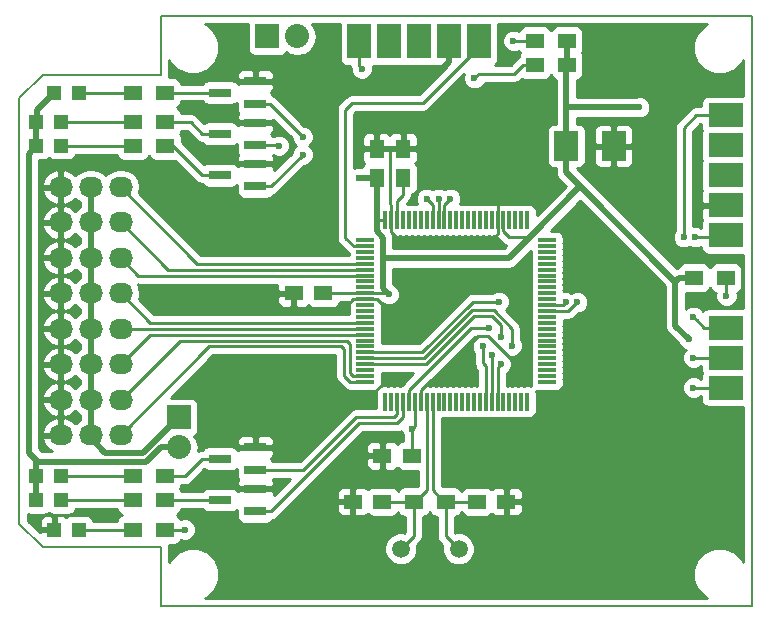
<source format=gbr>
G04 #@! TF.FileFunction,Copper,L1,Top,Signal*
%FSLAX46Y46*%
G04 Gerber Fmt 4.6, Leading zero omitted, Abs format (unit mm)*
G04 Created by KiCad (PCBNEW 4.0.2+dfsg1-stable) date Wed 04 Jan 2017 03:35:33 PM JST*
%MOMM*%
G01*
G04 APERTURE LIST*
%ADD10C,0.100000*%
%ADD11C,0.150000*%
%ADD12R,1.198880X1.198880*%
%ADD13R,1.500000X0.300000*%
%ADD14R,0.300000X1.500000*%
%ADD15O,2.032000X1.727200*%
%ADD16R,1.500000X1.250000*%
%ADD17R,1.250000X1.500000*%
%ADD18R,1.500000X1.300000*%
%ADD19R,2.000000X2.500000*%
%ADD20R,2.000000X3.000000*%
%ADD21R,3.000000X2.000000*%
%ADD22R,2.032000X2.032000*%
%ADD23O,2.032000X2.032000*%
%ADD24R,1.900000X0.800000*%
%ADD25C,1.501140*%
%ADD26C,0.600000*%
%ADD27C,0.250000*%
%ADD28C,0.500000*%
%ADD29C,0.254000*%
G04 APERTURE END LIST*
D10*
D11*
X25000000Y-25000000D02*
X25000000Y25000000D01*
X-25000000Y-25000000D02*
X25000000Y-25000000D01*
X-25000000Y-20000000D02*
X-25000000Y-25000000D01*
X-35000000Y-20000000D02*
X-25000000Y-20000000D01*
X-37000000Y-18000000D02*
X-35000000Y-20000000D01*
X-37000000Y18000000D02*
X-37000000Y-18000000D01*
X-35000000Y20000000D02*
X-37000000Y18000000D01*
X-25000000Y20000000D02*
X-35000000Y20000000D01*
X-25000000Y25000000D02*
X-25000000Y20000000D01*
X25000000Y25000000D02*
X-25000000Y25000000D01*
D12*
X-34049020Y18500000D03*
X-31950980Y18500000D03*
D13*
X-7700000Y6000000D03*
X-7700000Y5500000D03*
X-7700000Y5000000D03*
X-7700000Y4500000D03*
X-7700000Y4000000D03*
X-7700000Y3500000D03*
X-7700000Y3000000D03*
X-7700000Y2500000D03*
X-7700000Y2000000D03*
X-7700000Y1500000D03*
X-7700000Y1000000D03*
X-7700000Y500000D03*
X-7700000Y0D03*
X-7700000Y-500000D03*
X-7700000Y-1000000D03*
X-7700000Y-1500000D03*
X-7700000Y-2000000D03*
X-7700000Y-2500000D03*
X-7700000Y-3000000D03*
X-7700000Y-3500000D03*
X-7700000Y-4000000D03*
X-7700000Y-4500000D03*
X-7700000Y-5000000D03*
X-7700000Y-5500000D03*
X-7700000Y-6000000D03*
D14*
X-6000000Y-7700000D03*
X-5500000Y-7700000D03*
X-5000000Y-7700000D03*
X-4500000Y-7700000D03*
X-4000000Y-7700000D03*
X-3500000Y-7700000D03*
X-3000000Y-7700000D03*
X-2500000Y-7700000D03*
X-2000000Y-7700000D03*
X-1500000Y-7700000D03*
X-1000000Y-7700000D03*
X-500000Y-7700000D03*
X0Y-7700000D03*
X500000Y-7700000D03*
X1000000Y-7700000D03*
X1500000Y-7700000D03*
X2000000Y-7700000D03*
X2500000Y-7700000D03*
X3000000Y-7700000D03*
X3500000Y-7700000D03*
X4000000Y-7700000D03*
X4500000Y-7700000D03*
X5000000Y-7700000D03*
X5500000Y-7700000D03*
X6000000Y-7700000D03*
D13*
X7700000Y-6000000D03*
X7700000Y-5500000D03*
X7700000Y-5000000D03*
X7700000Y-4500000D03*
X7700000Y-4000000D03*
X7700000Y-3500000D03*
X7700000Y-3000000D03*
X7700000Y-2500000D03*
X7700000Y-2000000D03*
X7700000Y-1500000D03*
X7700000Y-1000000D03*
X7700000Y-500000D03*
X7700000Y0D03*
X7700000Y500000D03*
X7700000Y1000000D03*
X7700000Y1500000D03*
X7700000Y2000000D03*
X7700000Y2500000D03*
X7700000Y3000000D03*
X7700000Y3500000D03*
X7700000Y4000000D03*
X7700000Y4500000D03*
X7700000Y5000000D03*
X7700000Y5500000D03*
X7700000Y6000000D03*
D14*
X6000000Y7700000D03*
X5500000Y7700000D03*
X5000000Y7700000D03*
X4500000Y7700000D03*
X4000000Y7700000D03*
X3500000Y7700000D03*
X3000000Y7700000D03*
X2500000Y7700000D03*
X2000000Y7700000D03*
X1500000Y7700000D03*
X1000000Y7700000D03*
X500000Y7700000D03*
X0Y7700000D03*
X-500000Y7700000D03*
X-1000000Y7700000D03*
X-1500000Y7700000D03*
X-2000000Y7700000D03*
X-2500000Y7700000D03*
X-3000000Y7700000D03*
X-3500000Y7700000D03*
X-4000000Y7700000D03*
X-4500000Y7700000D03*
X-5000000Y7700000D03*
X-5500000Y7700000D03*
X-6000000Y7700000D03*
D15*
X-33500000Y10500000D03*
X-33500000Y7500000D03*
X-33500000Y4500000D03*
X-33500000Y1500000D03*
X-33500000Y-1500000D03*
X-33500000Y-4500000D03*
X-33500000Y-7500000D03*
X-33500000Y-10500000D03*
X-30960000Y10500000D03*
X-30960000Y7500000D03*
X-30960000Y4500000D03*
X-30960000Y1500000D03*
X-30960000Y-1500000D03*
X-30960000Y-4500000D03*
X-30960000Y-7500000D03*
X-30960000Y-10500000D03*
X-28420000Y10500000D03*
X-28420000Y7500000D03*
X-28420000Y4500000D03*
X-28420000Y1500000D03*
X-28420000Y-1500000D03*
X-28420000Y-4500000D03*
X-28420000Y-7500000D03*
X-28420000Y-10500000D03*
D16*
X-6250000Y-16130000D03*
X-8750000Y-16130000D03*
X1750000Y-16130000D03*
X4250000Y-16130000D03*
D17*
X-4500000Y11250000D03*
X-4500000Y13750000D03*
X-6750000Y11250000D03*
X-6750000Y13750000D03*
D16*
X-3750000Y-12250000D03*
X-6250000Y-12250000D03*
X-11250000Y1500000D03*
X-13750000Y1500000D03*
D12*
X-35549020Y16000000D03*
X-33450980Y16000000D03*
X-35549020Y-14000000D03*
X-33450980Y-14000000D03*
X-31950980Y-18500000D03*
X-34049020Y-18500000D03*
X-35549020Y14000000D03*
X-33450980Y14000000D03*
X-35549020Y-16000000D03*
X-33450980Y-16000000D03*
D18*
X22832000Y2813000D03*
X20132000Y2813000D03*
X-27350000Y16000000D03*
X-24650000Y16000000D03*
X-27350000Y-14000000D03*
X-24650000Y-14000000D03*
X-27350000Y18500000D03*
X-24650000Y18500000D03*
X-27350000Y14000000D03*
X-24650000Y14000000D03*
X-27350000Y-16000000D03*
X-24650000Y-16000000D03*
X-27350000Y-18500000D03*
X-24650000Y-18500000D03*
X-900000Y-16130000D03*
X-3600000Y-16130000D03*
X6670000Y20847000D03*
X9370000Y20847000D03*
X6670000Y22879000D03*
X9370000Y22879000D03*
D19*
X9322000Y13970000D03*
X13322000Y13970000D03*
D20*
X-8236000Y22865000D03*
X-5696000Y22865000D03*
X-3156000Y22865000D03*
X-616000Y22865000D03*
X1924000Y22865000D03*
D21*
X22865000Y-1397000D03*
X22865000Y-3937000D03*
X22865000Y-6477000D03*
D22*
X-16000000Y23250000D03*
D23*
X-13460000Y23250000D03*
D22*
X-23500000Y-9000000D03*
D23*
X-23500000Y-11540000D03*
D24*
X-17000000Y17550000D03*
X-17000000Y19450000D03*
X-20000000Y18500000D03*
X-17000000Y14050000D03*
X-17000000Y15950000D03*
X-20000000Y15000000D03*
X-17000000Y10550000D03*
X-17000000Y12450000D03*
X-20000000Y11500000D03*
X-17000000Y-13450000D03*
X-17000000Y-11550000D03*
X-20000000Y-12500000D03*
X-17000000Y-16950000D03*
X-17000000Y-15050000D03*
X-20000000Y-16000000D03*
D21*
X22865000Y16580000D03*
X22865000Y14040000D03*
X22865000Y11500000D03*
X22865000Y8960000D03*
X22865000Y6420000D03*
D25*
X-4690940Y-20130000D03*
X190940Y-20130000D03*
D26*
X3250000Y16750000D03*
X-19900000Y16800000D03*
X-19900000Y13300000D03*
X-15200000Y-11500000D03*
X-19000000Y-14500000D03*
X15100000Y1200000D03*
X18500000Y4600000D03*
X-29750000Y-17250000D03*
X20250000Y9000000D03*
X-5442000Y-1632002D03*
X-1378000Y-5823000D03*
X-5442000Y-5822996D03*
X3194002Y5861000D03*
X-4679998Y5861000D03*
X-870000Y15894018D03*
X-3537002Y18688000D03*
X18180000Y-4426000D03*
X7766000Y-7728000D03*
X-11030000Y-16110000D03*
X-2140000Y-22206000D03*
X6496000Y-16110000D03*
X3250000Y11750000D03*
X5734000Y400000D03*
X16783000Y13989000D03*
X-9506000Y146000D03*
X-10522004Y-4045000D03*
X-23000000Y-18500000D03*
X-8250000Y11250000D03*
X15500000Y17250000D03*
X-5696006Y1416000D03*
X-3750000Y-10000000D03*
X19704000Y-2394000D03*
X3600000Y800000D03*
X20084990Y-489000D03*
X20085000Y-6477000D03*
X4717996Y-2921000D03*
X3800000Y-2200000D03*
X20084994Y-3937000D03*
X2785872Y-1457069D03*
X22879000Y1289000D03*
X4845000Y22879000D03*
X2250000Y-3000000D03*
X1543000Y19704000D03*
X2999994Y-3750000D03*
X-8000000Y20500000D03*
X3750000Y-4500000D03*
X-13000000Y14750000D03*
X-500000Y9500000D03*
X-15000000Y14000000D03*
X-1500000Y9500000D03*
X-13000000Y13250000D03*
X-2500000Y9500000D03*
X10250000Y750000D03*
X19250000Y6250000D03*
X9250000Y750000D03*
X20250000Y6250000D03*
D27*
X-3600000Y-16130000D02*
X-3600000Y-19039060D01*
X-3600000Y-19039060D02*
X-4690940Y-20130000D01*
X-2500000Y-7700000D02*
X-2500000Y-15130000D01*
X-2500000Y-15130000D02*
X-3500000Y-16130000D01*
X-3500000Y-16130000D02*
X-3600000Y-16130000D01*
X-3600000Y-16130000D02*
X-6250000Y-16130000D01*
X0Y16750000D02*
X-870000Y15894018D01*
X3250000Y16750000D02*
X0Y16750000D01*
X-18450000Y15950000D02*
X-17000000Y15950000D01*
X-19300000Y16800000D02*
X-18450000Y15950000D01*
X-19500000Y16800000D02*
X-19300000Y16800000D01*
X-19600000Y16800000D02*
X-19500000Y16800000D01*
X-19900000Y16800000D02*
X-19600000Y16800000D01*
X-18550000Y12450000D02*
X-17000000Y12450000D01*
X-19400000Y13300000D02*
X-18550000Y12450000D01*
X-19900000Y13300000D02*
X-19400000Y13300000D01*
X-17000000Y-15050000D02*
X-18450000Y-15050000D01*
X-15250000Y-11550000D02*
X-17000000Y-11550000D01*
X-15200000Y-11500000D02*
X-15250000Y-11550000D01*
X-18450000Y-15050000D02*
X-19000000Y-14500000D01*
X-16950000Y15900000D02*
X-17000000Y15950000D01*
X16783000Y13989000D02*
X16783000Y6317000D01*
X15100000Y1200000D02*
X15100000Y-4426000D01*
X16783000Y6317000D02*
X18500000Y4600000D01*
X-34049020Y-18500000D02*
X-34049020Y-17299020D01*
X-34000000Y-17250000D02*
X-29750000Y-17250000D01*
X-34049020Y-17299020D02*
X-34000000Y-17250000D01*
X20290000Y8960000D02*
X22865000Y8960000D01*
X20250000Y9000000D02*
X20290000Y8960000D01*
X-5442000Y-1207738D02*
X-5442000Y-1632002D01*
X-6700000Y1000000D02*
X-5442000Y-258000D01*
X-5442000Y-258000D02*
X-5442000Y-1207738D01*
X-7700000Y1000000D02*
X-6700000Y1000000D01*
X-1378000Y-5398736D02*
X-1378000Y-5823000D01*
X2686000Y-2140000D02*
X1880736Y-2140000D01*
X5480000Y-3918000D02*
X4464000Y-3918000D01*
X5734000Y400000D02*
X5734000Y-3664000D01*
X-3000000Y-6700000D02*
X-2123000Y-5823000D01*
X1880736Y-2140000D02*
X-1378000Y-5398736D01*
X-1802264Y-5823000D02*
X-1378000Y-5823000D01*
X-3000000Y-7700000D02*
X-3000000Y-6700000D01*
X-2123000Y-5823000D02*
X-1802264Y-5823000D01*
X5734000Y-3664000D02*
X5480000Y-3918000D01*
X4464000Y-3918000D02*
X2686000Y-2140000D01*
X-7771268Y-7728000D02*
X-5866264Y-5822996D01*
X-9506000Y-7728000D02*
X-7771268Y-7728000D01*
X-10522004Y-6711996D02*
X-9506000Y-7728000D01*
X-5866264Y-5822996D02*
X-5442000Y-5822996D01*
X3500000Y7700000D02*
X3500000Y6548000D01*
X3194000Y6242000D02*
X3194000Y5861002D01*
X3500000Y6548000D02*
X3194000Y6242000D01*
X3194000Y5861002D02*
X3194002Y5861000D01*
X-5500000Y6681002D02*
X-4979997Y6160999D01*
X-5500000Y7700000D02*
X-5500000Y6681002D01*
X-4979997Y6160999D02*
X-4679998Y5861000D01*
X-5950000Y400000D02*
X-5442000Y400000D01*
X-5442000Y400000D02*
X-4680000Y-362000D01*
X-4680000Y-362000D02*
X-3399108Y-362000D01*
X-3399108Y-362000D02*
X-859108Y2178000D01*
X-859108Y2178000D02*
X-108000Y2178000D01*
X3934000Y2200000D02*
X5734000Y400000D01*
X-108000Y2178000D02*
X-86000Y2200000D01*
X-86000Y2200000D02*
X3934000Y2200000D01*
D28*
X-616000Y22865000D02*
X-616000Y21101000D01*
X-3029000Y18688000D02*
X-3112738Y18688000D01*
X-3112738Y18688000D02*
X-3537002Y18688000D01*
X-616000Y21101000D02*
X-3029000Y18688000D01*
D27*
X18180000Y-4426000D02*
X15100000Y-4426000D01*
X6496000Y-16110000D02*
X6496000Y-21571000D01*
X6496000Y-21571000D02*
X5861000Y-22206000D01*
X5861000Y-22206000D02*
X-2140000Y-22206000D01*
X-7700000Y1000000D02*
X-8700000Y1000000D01*
X11068000Y-4426000D02*
X7766000Y-7728000D01*
X15100000Y-4426000D02*
X11068000Y-4426000D01*
X-8694000Y-12250000D02*
X-8750000Y-12306000D01*
X-8750000Y-12306000D02*
X-8750000Y-16130000D01*
X-6250000Y-12250000D02*
X-8694000Y-12250000D01*
X-11030000Y-16110000D02*
X-8770000Y-16110000D01*
X-8770000Y-16110000D02*
X-8750000Y-16130000D01*
X6496000Y-16110000D02*
X4270000Y-16110000D01*
X4270000Y-16110000D02*
X4250000Y-16130000D01*
X3239999Y11276001D02*
X3250000Y11750000D01*
X3500000Y11016000D02*
X3239999Y11276001D01*
X3500000Y7700000D02*
X3500000Y11016000D01*
X-1169999Y15594019D02*
X-870000Y15894018D01*
X-4500000Y13750000D02*
X-3014018Y13750000D01*
X-3014018Y13750000D02*
X-1169999Y15594019D01*
X13322000Y13970000D02*
X16764000Y13970000D01*
X16764000Y13970000D02*
X16783000Y13989000D01*
X-5632500Y13735000D02*
X-5632500Y9099500D01*
X-5500000Y8967000D02*
X-5500000Y7700000D01*
X-5632500Y9099500D02*
X-5500000Y8967000D01*
X-8700000Y1000000D02*
X-9506000Y194000D01*
X-9506000Y194000D02*
X-9506000Y146000D01*
X-10522004Y-4045000D02*
X-10522004Y-6711996D01*
X-900000Y-16130000D02*
X-900000Y-19039060D01*
X-900000Y-19039060D02*
X190940Y-20130000D01*
X-2000000Y-7700000D02*
X-2000000Y-15130000D01*
X-2000000Y-15130000D02*
X-1000000Y-16130000D01*
X-1000000Y-16130000D02*
X-900000Y-16130000D01*
X-900000Y-16130000D02*
X100000Y-16130000D01*
X100000Y-16130000D02*
X1750000Y-16130000D01*
X-5000000Y9351000D02*
X-4500000Y9851000D01*
X-4500000Y9851000D02*
X-4500000Y11250000D01*
X-5000000Y7700000D02*
X-5000000Y9351000D01*
X4000000Y7700000D02*
X4000000Y6750000D01*
X4500000Y6250000D02*
X6209908Y6250000D01*
X4000000Y6750000D02*
X4500000Y6250000D01*
X-6000000Y7700000D02*
X-6747597Y7700000D01*
X-6747597Y7700000D02*
X-6750000Y7702403D01*
D28*
X-35549020Y14000000D02*
X-35549020Y13950980D01*
X-35549020Y13950980D02*
X-36200000Y13300000D01*
X-36200000Y-12000000D02*
X-35450000Y-12750000D01*
X-36200000Y13300000D02*
X-36200000Y-12000000D01*
D27*
X-7700000Y1500000D02*
X-5780006Y1500000D01*
X-5780006Y1500000D02*
X-5696006Y1416000D01*
X-23000000Y-18500000D02*
X-24650000Y-18500000D01*
D28*
X-8250000Y11250000D02*
X-6750000Y11250000D01*
X-23040000Y-11540000D02*
X-23500000Y-11540000D01*
X-35549020Y14000000D02*
X-35549020Y16000000D01*
X-35549020Y16000000D02*
X-35500000Y16049020D01*
X-35500000Y16049020D02*
X-35500000Y17049020D01*
X-35500000Y17049020D02*
X-34049020Y18500000D01*
X-23500000Y-11540000D02*
X-25040000Y-11540000D01*
X-25040000Y-11540000D02*
X-26250000Y-12750000D01*
X-26250000Y-12750000D02*
X-35450000Y-12750000D01*
X-35450000Y-12750000D02*
X-35500000Y-12750000D01*
X-35500000Y-12750000D02*
X-35549020Y-12799020D01*
X-35549020Y-12799020D02*
X-35549020Y-16000000D01*
X15500000Y17250000D02*
X9322000Y17250000D01*
X-6204000Y4458532D02*
X-6204000Y1923994D01*
X-5996005Y1715999D02*
X-5696006Y1416000D01*
X-6204000Y1923994D02*
X-5996005Y1715999D01*
X-6204000Y4458532D02*
X-6204000Y6214002D01*
X4423908Y4464000D02*
X-6198532Y4464000D01*
X-6198532Y4464000D02*
X-6204000Y4458532D01*
X10506454Y10546546D02*
X6209908Y6250000D01*
X6209908Y6250000D02*
X4423908Y4464000D01*
X-6204000Y6214002D02*
X-6750000Y6760002D01*
X-6750000Y6760002D02*
X-6750000Y7702403D01*
D27*
X-3500000Y-7700000D02*
X-3500000Y-9750000D01*
X-3500000Y-9750000D02*
X-3750000Y-10000000D01*
X-3750000Y-10000000D02*
X-3750000Y-12250000D01*
D28*
X-6750000Y7702403D02*
X-6750000Y10000000D01*
D27*
X-7700000Y1500000D02*
X-11250000Y1500000D01*
D28*
X-6750000Y10000000D02*
X-6750000Y11250000D01*
X10506454Y10546546D02*
X9322000Y11731000D01*
X18561000Y2492000D02*
X10506454Y10546546D01*
X19704000Y-2394000D02*
X18561000Y-1251000D01*
X18561000Y908000D02*
X18561000Y2492000D01*
X18561000Y-1251000D02*
X18561000Y908000D01*
X9322000Y11731000D02*
X9322000Y13970000D01*
X9322000Y13970000D02*
X9322000Y17250000D01*
X9322000Y17250000D02*
X9322000Y20799000D01*
X9322000Y20799000D02*
X9370000Y20847000D01*
X9370000Y22879000D02*
X9370000Y20847000D01*
X20132000Y2813000D02*
X18882000Y2813000D01*
X18882000Y2813000D02*
X18561000Y2492000D01*
D27*
X-31950980Y-18500000D02*
X-27350000Y-18500000D01*
X1924000Y22865000D02*
X1924000Y22365000D01*
X1924000Y22365000D02*
X-2841000Y17600000D01*
X-2841000Y17600000D02*
X-8814590Y17600000D01*
X-8814590Y17600000D02*
X-9379000Y17035590D01*
X-9379000Y17035590D02*
X-9379000Y6193998D01*
X-9379000Y6193998D02*
X-8685002Y5500000D01*
X-8685002Y5500000D02*
X-7700000Y5500000D01*
X1860000Y22365000D02*
X1860000Y22865000D01*
X-7700000Y4000000D02*
X-21920000Y4000000D01*
X-21920000Y4000000D02*
X-28420000Y10500000D01*
X-7700000Y3500000D02*
X-24420000Y3500000D01*
X-24420000Y3500000D02*
X-28420000Y7500000D01*
X-7700000Y3000000D02*
X-26920000Y3000000D01*
X-26920000Y3000000D02*
X-28420000Y4500000D01*
X-7700000Y-1000000D02*
X-25920000Y-1000000D01*
X-25920000Y-1000000D02*
X-28420000Y1500000D01*
X-7700000Y-1500000D02*
X-28420000Y-1500000D01*
X-7700000Y-1500000D02*
X-7716020Y-1516020D01*
X-25920000Y-2000000D02*
X-28420000Y-4500000D01*
X-7700000Y-2000000D02*
X-25920000Y-2000000D01*
X3175736Y800000D02*
X3600000Y800000D01*
X-7700000Y-3500000D02*
X-2863589Y-3500000D01*
X1436411Y800000D02*
X3175736Y800000D01*
X-2863589Y-3500000D02*
X1436411Y800000D01*
X20384989Y-788999D02*
X20084990Y-489000D01*
X20992990Y-1397000D02*
X20384989Y-788999D01*
X22865000Y-1397000D02*
X20992990Y-1397000D01*
X4717996Y-2496736D02*
X4717996Y-2921000D01*
X4717996Y-1481585D02*
X4717996Y-2496736D01*
X1322833Y50011D02*
X3186400Y50011D01*
X-2727178Y-4000000D02*
X1322833Y50011D01*
X-7700000Y-4000000D02*
X-2727178Y-4000000D01*
X3186400Y50011D02*
X4717996Y-1481585D01*
X22865000Y-6477000D02*
X20085000Y-6477000D01*
X3800000Y-1775736D02*
X3800000Y-2200000D01*
X3800000Y-1200000D02*
X3800000Y-1775736D01*
X3000000Y-400000D02*
X3800000Y-1200000D01*
X1509233Y-400000D02*
X3000000Y-400000D01*
X-2590767Y-4500000D02*
X1509233Y-400000D01*
X-7700000Y-4500000D02*
X-2590767Y-4500000D01*
X22865000Y-3937000D02*
X20084994Y-3937000D01*
X-8750000Y-5500000D02*
X-9000000Y-5250000D01*
X-9000000Y-5250000D02*
X-9000000Y-2750000D01*
X-9000000Y-2750000D02*
X-9250000Y-2500000D01*
X-9250000Y-2500000D02*
X-23420000Y-2500000D01*
X-23420000Y-2500000D02*
X-28420000Y-7500000D01*
X-8750000Y-5500000D02*
X-7700000Y-5500000D01*
X-7700000Y-5500000D02*
X-7724999Y-5475001D01*
X-7700000Y-6000000D02*
X-9000000Y-6000000D01*
X-20920000Y-3000000D02*
X-28420000Y-10500000D01*
X-9750000Y-3000000D02*
X-20920000Y-3000000D01*
X-9500000Y-3250000D02*
X-9750000Y-3000000D01*
X-9500000Y-5500000D02*
X-9500000Y-3250000D01*
X-9000000Y-6000000D02*
X-9500000Y-5500000D01*
X-7700000Y-6000000D02*
X-7724999Y-5975001D01*
X-4000000Y-7700000D02*
X-4000000Y-6700000D01*
X1242931Y-1457069D02*
X2361608Y-1457069D01*
X-4000000Y-6700000D02*
X1242931Y-1457069D01*
X2361608Y-1457069D02*
X2785872Y-1457069D01*
X22832000Y2813000D02*
X22832000Y1336000D01*
X22832000Y1336000D02*
X22879000Y1289000D01*
X6670000Y22879000D02*
X4845000Y22879000D01*
X6670000Y22860000D02*
X6651032Y22878968D01*
X2250000Y-3424264D02*
X2250000Y-3000000D01*
X2250000Y-4425004D02*
X2250000Y-3424264D01*
X2500000Y-4675004D02*
X2250000Y-4425004D01*
X2500000Y-7700000D02*
X2500000Y-4675004D01*
X4908000Y20085000D02*
X1924000Y20085000D01*
X1924000Y20085000D02*
X1543000Y19704000D01*
X6670000Y20847000D02*
X5670000Y20847000D01*
X5670000Y20847000D02*
X4908000Y20085000D01*
X3000000Y-3750006D02*
X2999994Y-3750000D01*
X3000000Y-7700000D02*
X3000000Y-3750006D01*
X-8236000Y20736000D02*
X-8236000Y22865000D01*
X-8000000Y20500000D02*
X-8236000Y20736000D01*
X3500000Y-4750000D02*
X3750000Y-4500000D01*
X3500000Y-7700000D02*
X3500000Y-4750000D01*
X-5000000Y-7700000D02*
X-5000000Y-8750000D01*
X-12950000Y-13450000D02*
X-17000000Y-13450000D01*
X-8500000Y-9000000D02*
X-12950000Y-13450000D01*
X-5250000Y-9000000D02*
X-8500000Y-9000000D01*
X-5000000Y-8750000D02*
X-5250000Y-9000000D01*
X-5000000Y-7700000D02*
X-5000000Y-8300000D01*
X-4500000Y-7700000D02*
X-4500000Y-9000000D01*
X-15700000Y-16950000D02*
X-17000000Y-16950000D01*
X-8250000Y-9500000D02*
X-15700000Y-16950000D01*
X-5000000Y-9500000D02*
X-8250000Y-9500000D01*
X-4500000Y-9000000D02*
X-5000000Y-9500000D01*
X-1000000Y7700000D02*
X-1000000Y9000000D01*
X-15800000Y17550000D02*
X-17000000Y17550000D01*
X-13000000Y14750000D02*
X-15800000Y17550000D01*
X-1000000Y9000000D02*
X-500000Y9500000D01*
X-16550000Y17550000D02*
X-17000000Y17550000D01*
X-1500000Y7700000D02*
X-1500000Y9500000D01*
X-15050000Y14050000D02*
X-17000000Y14050000D01*
X-15000000Y14000000D02*
X-15050000Y14050000D01*
X-2000000Y7700000D02*
X-2000000Y9000000D01*
X-15700000Y10550000D02*
X-17000000Y10550000D01*
X-13000000Y13250000D02*
X-15700000Y10550000D01*
X-2000000Y9000000D02*
X-2500000Y9500000D01*
X-33450980Y16000000D02*
X-27350000Y16000000D01*
X-33450980Y-14000000D02*
X-27350000Y-14000000D01*
X-31950980Y18500000D02*
X-27350000Y18500000D01*
X-33450980Y14000000D02*
X-27350000Y14000000D01*
X-33450980Y-16000000D02*
X-27350000Y-16000000D01*
X22865000Y16580000D02*
X20330000Y16580000D01*
X9500000Y0D02*
X7700000Y0D01*
X10250000Y750000D02*
X9500000Y0D01*
X19250000Y15500000D02*
X19250000Y6250000D01*
X20330000Y16580000D02*
X19250000Y15500000D01*
X22695000Y6250000D02*
X20250000Y6250000D01*
X9000000Y500000D02*
X7700000Y500000D01*
X9000000Y500000D02*
X9250000Y750000D01*
X22695000Y6250000D02*
X22865000Y6420000D01*
D28*
X-30960000Y-10500000D02*
X-30960000Y-10790000D01*
X-30960000Y-10790000D02*
X-29750000Y-12000000D01*
X-26500000Y-12000000D02*
X-23500000Y-9000000D01*
X-29750000Y-12000000D02*
X-26500000Y-12000000D01*
X-30960000Y10500000D02*
X-30960000Y7500000D01*
X-30960000Y7500000D02*
X-30960000Y4500000D01*
X-30960000Y4500000D02*
X-30960000Y1500000D01*
X-30960000Y1500000D02*
X-30960000Y-1500000D01*
X-30960000Y-1500000D02*
X-30960000Y-4500000D01*
X-30960000Y-4500000D02*
X-30960000Y-7500000D01*
X-30960000Y-7500000D02*
X-30960000Y-10500000D01*
D27*
X-24650000Y18500000D02*
X-20000000Y18500000D01*
X-24650000Y16000000D02*
X-22500000Y16000000D01*
X-21500000Y15000000D02*
X-20000000Y15000000D01*
X-22500000Y16000000D02*
X-21500000Y15000000D01*
X-24650000Y14000000D02*
X-24000000Y14000000D01*
X-24000000Y14000000D02*
X-21500000Y11500000D01*
X-21500000Y11500000D02*
X-20000000Y11500000D01*
X-24650000Y-14000000D02*
X-23000000Y-14000000D01*
X-21500000Y-12500000D02*
X-20000000Y-12500000D01*
X-23000000Y-14000000D02*
X-21500000Y-12500000D01*
X-24650000Y-16000000D02*
X-20000000Y-16000000D01*
D29*
G36*
X17676000Y2125421D02*
X17676000Y-1250995D01*
X17675999Y-1251000D01*
X17710444Y-1424162D01*
X17743367Y-1589675D01*
X17882466Y-1797852D01*
X17935210Y-1876790D01*
X18861255Y-2802834D01*
X18910883Y-2922943D01*
X19173673Y-3186192D01*
X19413789Y-3285897D01*
X19292802Y-3406673D01*
X19150156Y-3750201D01*
X19149832Y-4122167D01*
X19291877Y-4465943D01*
X19554667Y-4729192D01*
X19898195Y-4871838D01*
X20270161Y-4872162D01*
X20613937Y-4730117D01*
X20647112Y-4697000D01*
X20717560Y-4697000D01*
X20717560Y-4937000D01*
X20761838Y-5172317D01*
X20782598Y-5204578D01*
X20768569Y-5225110D01*
X20717560Y-5477000D01*
X20717560Y-5717000D01*
X20647463Y-5717000D01*
X20615327Y-5684808D01*
X20271799Y-5542162D01*
X19899833Y-5541838D01*
X19556057Y-5683883D01*
X19292808Y-5946673D01*
X19150162Y-6290201D01*
X19149838Y-6662167D01*
X19291883Y-7005943D01*
X19554673Y-7269192D01*
X19898201Y-7411838D01*
X20270167Y-7412162D01*
X20613943Y-7270117D01*
X20647118Y-7237000D01*
X20717560Y-7237000D01*
X20717560Y-7477000D01*
X20761838Y-7712317D01*
X20900910Y-7928441D01*
X21113110Y-8073431D01*
X21365000Y-8124440D01*
X24290000Y-8124440D01*
X24290000Y-21263500D01*
X24195845Y-21035628D01*
X23567679Y-20406364D01*
X22746519Y-20065389D01*
X21857381Y-20064613D01*
X21035628Y-20404155D01*
X20406364Y-21032321D01*
X20065389Y-21853481D01*
X20064613Y-22742619D01*
X20404155Y-23564372D01*
X21032321Y-24193636D01*
X21264392Y-24290000D01*
X-21263500Y-24290000D01*
X-21035628Y-24195845D01*
X-20406364Y-23567679D01*
X-20065389Y-22746519D01*
X-20064613Y-21857381D01*
X-20404155Y-21035628D01*
X-21032321Y-20406364D01*
X-21853481Y-20065389D01*
X-22742619Y-20064613D01*
X-23564372Y-20404155D01*
X-24193636Y-21032321D01*
X-24290000Y-21264392D01*
X-24290000Y-20000000D01*
X-24330292Y-19797440D01*
X-23900000Y-19797440D01*
X-23664683Y-19753162D01*
X-23448559Y-19614090D01*
X-23303569Y-19401890D01*
X-23300666Y-19387556D01*
X-23186799Y-19434838D01*
X-22814833Y-19435162D01*
X-22471057Y-19293117D01*
X-22207808Y-19030327D01*
X-22065162Y-18686799D01*
X-22064838Y-18314833D01*
X-22206883Y-17971057D01*
X-22469673Y-17707808D01*
X-22813201Y-17565162D01*
X-23185167Y-17564838D01*
X-23298721Y-17611757D01*
X-23435910Y-17398559D01*
X-23648110Y-17253569D01*
X-23661197Y-17250919D01*
X-23448559Y-17114090D01*
X-23303569Y-16901890D01*
X-23274836Y-16760000D01*
X-21472931Y-16760000D01*
X-21414090Y-16851441D01*
X-21201890Y-16996431D01*
X-20950000Y-17047440D01*
X-19050000Y-17047440D01*
X-18814683Y-17003162D01*
X-18598559Y-16864090D01*
X-18597440Y-16862452D01*
X-18597440Y-17350000D01*
X-18553162Y-17585317D01*
X-18414090Y-17801441D01*
X-18201890Y-17946431D01*
X-17950000Y-17997440D01*
X-16050000Y-17997440D01*
X-15814683Y-17953162D01*
X-15598559Y-17814090D01*
X-15500295Y-17670276D01*
X-15409161Y-17652148D01*
X-15162599Y-17487401D01*
X-14090948Y-16415750D01*
X-10135000Y-16415750D01*
X-10135000Y-16881310D01*
X-10038327Y-17114699D01*
X-9859698Y-17293327D01*
X-9626309Y-17390000D01*
X-9035750Y-17390000D01*
X-8877000Y-17231250D01*
X-8877000Y-16257000D01*
X-9976250Y-16257000D01*
X-10135000Y-16415750D01*
X-14090948Y-16415750D01*
X-13053888Y-15378690D01*
X-10135000Y-15378690D01*
X-10135000Y-15844250D01*
X-9976250Y-16003000D01*
X-8877000Y-16003000D01*
X-8877000Y-15028750D01*
X-9035750Y-14870000D01*
X-9626309Y-14870000D01*
X-9859698Y-14966673D01*
X-10038327Y-15145301D01*
X-10135000Y-15378690D01*
X-13053888Y-15378690D01*
X-10210948Y-12535750D01*
X-7635000Y-12535750D01*
X-7635000Y-13001310D01*
X-7538327Y-13234699D01*
X-7359698Y-13413327D01*
X-7126309Y-13510000D01*
X-6535750Y-13510000D01*
X-6377000Y-13351250D01*
X-6377000Y-12377000D01*
X-7476250Y-12377000D01*
X-7635000Y-12535750D01*
X-10210948Y-12535750D01*
X-9173888Y-11498690D01*
X-7635000Y-11498690D01*
X-7635000Y-11964250D01*
X-7476250Y-12123000D01*
X-6377000Y-12123000D01*
X-6377000Y-11148750D01*
X-6535750Y-10990000D01*
X-7126309Y-10990000D01*
X-7359698Y-11086673D01*
X-7538327Y-11265301D01*
X-7635000Y-11498690D01*
X-9173888Y-11498690D01*
X-7935198Y-10260000D01*
X-5000000Y-10260000D01*
X-4709161Y-10202148D01*
X-4684856Y-10185908D01*
X-4543117Y-10528943D01*
X-4510000Y-10562118D01*
X-4510000Y-10979442D01*
X-4735317Y-11021838D01*
X-4951441Y-11160910D01*
X-4997969Y-11229006D01*
X-5140302Y-11086673D01*
X-5373691Y-10990000D01*
X-5964250Y-10990000D01*
X-6123000Y-11148750D01*
X-6123000Y-12123000D01*
X-6103000Y-12123000D01*
X-6103000Y-12377000D01*
X-6123000Y-12377000D01*
X-6123000Y-13351250D01*
X-5964250Y-13510000D01*
X-5373691Y-13510000D01*
X-5140302Y-13413327D01*
X-4999064Y-13272090D01*
X-4964090Y-13326441D01*
X-4751890Y-13471431D01*
X-4500000Y-13522440D01*
X-3260000Y-13522440D01*
X-3260000Y-14815198D01*
X-3277362Y-14832560D01*
X-4350000Y-14832560D01*
X-4585317Y-14876838D01*
X-4801441Y-15015910D01*
X-4934668Y-15210894D01*
X-5035910Y-15053559D01*
X-5248110Y-14908569D01*
X-5500000Y-14857560D01*
X-7000000Y-14857560D01*
X-7235317Y-14901838D01*
X-7451441Y-15040910D01*
X-7497969Y-15109006D01*
X-7640302Y-14966673D01*
X-7873691Y-14870000D01*
X-8464250Y-14870000D01*
X-8623000Y-15028750D01*
X-8623000Y-16003000D01*
X-8603000Y-16003000D01*
X-8603000Y-16257000D01*
X-8623000Y-16257000D01*
X-8623000Y-17231250D01*
X-8464250Y-17390000D01*
X-7873691Y-17390000D01*
X-7640302Y-17293327D01*
X-7499064Y-17152090D01*
X-7464090Y-17206441D01*
X-7251890Y-17351431D01*
X-7000000Y-17402440D01*
X-5500000Y-17402440D01*
X-5264683Y-17358162D01*
X-5048559Y-17219090D01*
X-4931902Y-17048356D01*
X-4814090Y-17231441D01*
X-4601890Y-17376431D01*
X-4360000Y-17425415D01*
X-4360000Y-18724258D01*
X-4390304Y-18754562D01*
X-4414124Y-18744671D01*
X-4965338Y-18744190D01*
X-5474777Y-18954686D01*
X-5864884Y-19344113D01*
X-6076269Y-19853184D01*
X-6076750Y-20404398D01*
X-5866254Y-20913837D01*
X-5476827Y-21303944D01*
X-4967756Y-21515329D01*
X-4416542Y-21515810D01*
X-3907103Y-21305314D01*
X-3516996Y-20915887D01*
X-3305611Y-20406816D01*
X-3305130Y-19855602D01*
X-3315834Y-19829696D01*
X-3062599Y-19576461D01*
X-2897852Y-19329899D01*
X-2840000Y-19039060D01*
X-2840000Y-17425558D01*
X-2614683Y-17383162D01*
X-2398559Y-17244090D01*
X-2253569Y-17031890D01*
X-2250919Y-17018803D01*
X-2114090Y-17231441D01*
X-1901890Y-17376431D01*
X-1660000Y-17425415D01*
X-1660000Y-19039060D01*
X-1602148Y-19329899D01*
X-1437401Y-19576461D01*
X-1184498Y-19829364D01*
X-1194389Y-19853184D01*
X-1194870Y-20404398D01*
X-984374Y-20913837D01*
X-594947Y-21303944D01*
X-85876Y-21515329D01*
X465338Y-21515810D01*
X974777Y-21305314D01*
X1364884Y-20915887D01*
X1576269Y-20406816D01*
X1576750Y-19855602D01*
X1366254Y-19346163D01*
X976827Y-18956056D01*
X467756Y-18744671D01*
X-83458Y-18744190D01*
X-109364Y-18754894D01*
X-140000Y-18724258D01*
X-140000Y-17425558D01*
X85317Y-17383162D01*
X301441Y-17244090D01*
X434668Y-17049106D01*
X535910Y-17206441D01*
X748110Y-17351431D01*
X1000000Y-17402440D01*
X2500000Y-17402440D01*
X2735317Y-17358162D01*
X2951441Y-17219090D01*
X2997969Y-17150994D01*
X3140302Y-17293327D01*
X3373691Y-17390000D01*
X3964250Y-17390000D01*
X4123000Y-17231250D01*
X4123000Y-16257000D01*
X4377000Y-16257000D01*
X4377000Y-17231250D01*
X4535750Y-17390000D01*
X5126309Y-17390000D01*
X5359698Y-17293327D01*
X5538327Y-17114699D01*
X5635000Y-16881310D01*
X5635000Y-16415750D01*
X5476250Y-16257000D01*
X4377000Y-16257000D01*
X4123000Y-16257000D01*
X4103000Y-16257000D01*
X4103000Y-16003000D01*
X4123000Y-16003000D01*
X4123000Y-15028750D01*
X4377000Y-15028750D01*
X4377000Y-16003000D01*
X5476250Y-16003000D01*
X5635000Y-15844250D01*
X5635000Y-15378690D01*
X5538327Y-15145301D01*
X5359698Y-14966673D01*
X5126309Y-14870000D01*
X4535750Y-14870000D01*
X4377000Y-15028750D01*
X4123000Y-15028750D01*
X3964250Y-14870000D01*
X3373691Y-14870000D01*
X3140302Y-14966673D01*
X2999064Y-15107910D01*
X2964090Y-15053559D01*
X2751890Y-14908569D01*
X2500000Y-14857560D01*
X1000000Y-14857560D01*
X764683Y-14901838D01*
X548559Y-15040910D01*
X431902Y-15211644D01*
X314090Y-15028559D01*
X101890Y-14883569D01*
X-150000Y-14832560D01*
X-1222638Y-14832560D01*
X-1240000Y-14815198D01*
X-1240000Y-9079215D01*
X-1150000Y-9097440D01*
X-850000Y-9097440D01*
X-746329Y-9077933D01*
X-650000Y-9097440D01*
X-350000Y-9097440D01*
X-246329Y-9077933D01*
X-150000Y-9097440D01*
X150000Y-9097440D01*
X253671Y-9077933D01*
X350000Y-9097440D01*
X650000Y-9097440D01*
X753671Y-9077933D01*
X850000Y-9097440D01*
X1150000Y-9097440D01*
X1253671Y-9077933D01*
X1350000Y-9097440D01*
X1650000Y-9097440D01*
X1753671Y-9077933D01*
X1850000Y-9097440D01*
X2150000Y-9097440D01*
X2253671Y-9077933D01*
X2350000Y-9097440D01*
X2650000Y-9097440D01*
X2753671Y-9077933D01*
X2850000Y-9097440D01*
X3150000Y-9097440D01*
X3253671Y-9077933D01*
X3350000Y-9097440D01*
X3650000Y-9097440D01*
X3753671Y-9077933D01*
X3850000Y-9097440D01*
X4150000Y-9097440D01*
X4253671Y-9077933D01*
X4350000Y-9097440D01*
X4650000Y-9097440D01*
X4753671Y-9077933D01*
X4850000Y-9097440D01*
X5150000Y-9097440D01*
X5253671Y-9077933D01*
X5350000Y-9097440D01*
X5650000Y-9097440D01*
X5753671Y-9077933D01*
X5850000Y-9097440D01*
X6150000Y-9097440D01*
X6385317Y-9053162D01*
X6601441Y-8914090D01*
X6746431Y-8701890D01*
X6797440Y-8450000D01*
X6797440Y-6950000D01*
X6761553Y-6759279D01*
X6950000Y-6797440D01*
X8450000Y-6797440D01*
X8685317Y-6753162D01*
X8901441Y-6614090D01*
X9046431Y-6401890D01*
X9097440Y-6150000D01*
X9097440Y-5850000D01*
X9077933Y-5746329D01*
X9097440Y-5650000D01*
X9097440Y-5350000D01*
X9077933Y-5246329D01*
X9097440Y-5150000D01*
X9097440Y-4850000D01*
X9077933Y-4746329D01*
X9097440Y-4650000D01*
X9097440Y-4350000D01*
X9077933Y-4246329D01*
X9097440Y-4150000D01*
X9097440Y-3850000D01*
X9077933Y-3746329D01*
X9097440Y-3650000D01*
X9097440Y-3350000D01*
X9077933Y-3246329D01*
X9097440Y-3150000D01*
X9097440Y-2850000D01*
X9077933Y-2746329D01*
X9097440Y-2650000D01*
X9097440Y-2350000D01*
X9077933Y-2246329D01*
X9097440Y-2150000D01*
X9097440Y-1850000D01*
X9077933Y-1746329D01*
X9097440Y-1650000D01*
X9097440Y-1350000D01*
X9077933Y-1246329D01*
X9097440Y-1150000D01*
X9097440Y-850000D01*
X9080505Y-760000D01*
X9500000Y-760000D01*
X9790839Y-702148D01*
X10037401Y-537401D01*
X10389680Y-185122D01*
X10435167Y-185162D01*
X10778943Y-43117D01*
X11042192Y219673D01*
X11184838Y563201D01*
X11185162Y935167D01*
X11043117Y1278943D01*
X10780327Y1542192D01*
X10436799Y1684838D01*
X10064833Y1685162D01*
X9749649Y1554931D01*
X9436799Y1684838D01*
X9090828Y1685139D01*
X9077933Y1753671D01*
X9097440Y1850000D01*
X9097440Y2150000D01*
X9077933Y2253671D01*
X9097440Y2350000D01*
X9097440Y2650000D01*
X9077933Y2753671D01*
X9097440Y2850000D01*
X9097440Y3150000D01*
X9077933Y3253671D01*
X9097440Y3350000D01*
X9097440Y3650000D01*
X9077933Y3753671D01*
X9097440Y3850000D01*
X9097440Y4150000D01*
X9077933Y4253671D01*
X9097440Y4350000D01*
X9097440Y4650000D01*
X9077933Y4753671D01*
X9097440Y4850000D01*
X9097440Y5150000D01*
X9077933Y5253671D01*
X9097440Y5350000D01*
X9097440Y5650000D01*
X9077933Y5753671D01*
X9097440Y5850000D01*
X9097440Y6150000D01*
X9053162Y6385317D01*
X8914090Y6601441D01*
X8701890Y6746431D01*
X8450000Y6797440D01*
X8008928Y6797440D01*
X10506454Y9294966D01*
X17676000Y2125421D01*
X17676000Y2125421D01*
G37*
X17676000Y2125421D02*
X17676000Y-1250995D01*
X17675999Y-1251000D01*
X17710444Y-1424162D01*
X17743367Y-1589675D01*
X17882466Y-1797852D01*
X17935210Y-1876790D01*
X18861255Y-2802834D01*
X18910883Y-2922943D01*
X19173673Y-3186192D01*
X19413789Y-3285897D01*
X19292802Y-3406673D01*
X19150156Y-3750201D01*
X19149832Y-4122167D01*
X19291877Y-4465943D01*
X19554667Y-4729192D01*
X19898195Y-4871838D01*
X20270161Y-4872162D01*
X20613937Y-4730117D01*
X20647112Y-4697000D01*
X20717560Y-4697000D01*
X20717560Y-4937000D01*
X20761838Y-5172317D01*
X20782598Y-5204578D01*
X20768569Y-5225110D01*
X20717560Y-5477000D01*
X20717560Y-5717000D01*
X20647463Y-5717000D01*
X20615327Y-5684808D01*
X20271799Y-5542162D01*
X19899833Y-5541838D01*
X19556057Y-5683883D01*
X19292808Y-5946673D01*
X19150162Y-6290201D01*
X19149838Y-6662167D01*
X19291883Y-7005943D01*
X19554673Y-7269192D01*
X19898201Y-7411838D01*
X20270167Y-7412162D01*
X20613943Y-7270117D01*
X20647118Y-7237000D01*
X20717560Y-7237000D01*
X20717560Y-7477000D01*
X20761838Y-7712317D01*
X20900910Y-7928441D01*
X21113110Y-8073431D01*
X21365000Y-8124440D01*
X24290000Y-8124440D01*
X24290000Y-21263500D01*
X24195845Y-21035628D01*
X23567679Y-20406364D01*
X22746519Y-20065389D01*
X21857381Y-20064613D01*
X21035628Y-20404155D01*
X20406364Y-21032321D01*
X20065389Y-21853481D01*
X20064613Y-22742619D01*
X20404155Y-23564372D01*
X21032321Y-24193636D01*
X21264392Y-24290000D01*
X-21263500Y-24290000D01*
X-21035628Y-24195845D01*
X-20406364Y-23567679D01*
X-20065389Y-22746519D01*
X-20064613Y-21857381D01*
X-20404155Y-21035628D01*
X-21032321Y-20406364D01*
X-21853481Y-20065389D01*
X-22742619Y-20064613D01*
X-23564372Y-20404155D01*
X-24193636Y-21032321D01*
X-24290000Y-21264392D01*
X-24290000Y-20000000D01*
X-24330292Y-19797440D01*
X-23900000Y-19797440D01*
X-23664683Y-19753162D01*
X-23448559Y-19614090D01*
X-23303569Y-19401890D01*
X-23300666Y-19387556D01*
X-23186799Y-19434838D01*
X-22814833Y-19435162D01*
X-22471057Y-19293117D01*
X-22207808Y-19030327D01*
X-22065162Y-18686799D01*
X-22064838Y-18314833D01*
X-22206883Y-17971057D01*
X-22469673Y-17707808D01*
X-22813201Y-17565162D01*
X-23185167Y-17564838D01*
X-23298721Y-17611757D01*
X-23435910Y-17398559D01*
X-23648110Y-17253569D01*
X-23661197Y-17250919D01*
X-23448559Y-17114090D01*
X-23303569Y-16901890D01*
X-23274836Y-16760000D01*
X-21472931Y-16760000D01*
X-21414090Y-16851441D01*
X-21201890Y-16996431D01*
X-20950000Y-17047440D01*
X-19050000Y-17047440D01*
X-18814683Y-17003162D01*
X-18598559Y-16864090D01*
X-18597440Y-16862452D01*
X-18597440Y-17350000D01*
X-18553162Y-17585317D01*
X-18414090Y-17801441D01*
X-18201890Y-17946431D01*
X-17950000Y-17997440D01*
X-16050000Y-17997440D01*
X-15814683Y-17953162D01*
X-15598559Y-17814090D01*
X-15500295Y-17670276D01*
X-15409161Y-17652148D01*
X-15162599Y-17487401D01*
X-14090948Y-16415750D01*
X-10135000Y-16415750D01*
X-10135000Y-16881310D01*
X-10038327Y-17114699D01*
X-9859698Y-17293327D01*
X-9626309Y-17390000D01*
X-9035750Y-17390000D01*
X-8877000Y-17231250D01*
X-8877000Y-16257000D01*
X-9976250Y-16257000D01*
X-10135000Y-16415750D01*
X-14090948Y-16415750D01*
X-13053888Y-15378690D01*
X-10135000Y-15378690D01*
X-10135000Y-15844250D01*
X-9976250Y-16003000D01*
X-8877000Y-16003000D01*
X-8877000Y-15028750D01*
X-9035750Y-14870000D01*
X-9626309Y-14870000D01*
X-9859698Y-14966673D01*
X-10038327Y-15145301D01*
X-10135000Y-15378690D01*
X-13053888Y-15378690D01*
X-10210948Y-12535750D01*
X-7635000Y-12535750D01*
X-7635000Y-13001310D01*
X-7538327Y-13234699D01*
X-7359698Y-13413327D01*
X-7126309Y-13510000D01*
X-6535750Y-13510000D01*
X-6377000Y-13351250D01*
X-6377000Y-12377000D01*
X-7476250Y-12377000D01*
X-7635000Y-12535750D01*
X-10210948Y-12535750D01*
X-9173888Y-11498690D01*
X-7635000Y-11498690D01*
X-7635000Y-11964250D01*
X-7476250Y-12123000D01*
X-6377000Y-12123000D01*
X-6377000Y-11148750D01*
X-6535750Y-10990000D01*
X-7126309Y-10990000D01*
X-7359698Y-11086673D01*
X-7538327Y-11265301D01*
X-7635000Y-11498690D01*
X-9173888Y-11498690D01*
X-7935198Y-10260000D01*
X-5000000Y-10260000D01*
X-4709161Y-10202148D01*
X-4684856Y-10185908D01*
X-4543117Y-10528943D01*
X-4510000Y-10562118D01*
X-4510000Y-10979442D01*
X-4735317Y-11021838D01*
X-4951441Y-11160910D01*
X-4997969Y-11229006D01*
X-5140302Y-11086673D01*
X-5373691Y-10990000D01*
X-5964250Y-10990000D01*
X-6123000Y-11148750D01*
X-6123000Y-12123000D01*
X-6103000Y-12123000D01*
X-6103000Y-12377000D01*
X-6123000Y-12377000D01*
X-6123000Y-13351250D01*
X-5964250Y-13510000D01*
X-5373691Y-13510000D01*
X-5140302Y-13413327D01*
X-4999064Y-13272090D01*
X-4964090Y-13326441D01*
X-4751890Y-13471431D01*
X-4500000Y-13522440D01*
X-3260000Y-13522440D01*
X-3260000Y-14815198D01*
X-3277362Y-14832560D01*
X-4350000Y-14832560D01*
X-4585317Y-14876838D01*
X-4801441Y-15015910D01*
X-4934668Y-15210894D01*
X-5035910Y-15053559D01*
X-5248110Y-14908569D01*
X-5500000Y-14857560D01*
X-7000000Y-14857560D01*
X-7235317Y-14901838D01*
X-7451441Y-15040910D01*
X-7497969Y-15109006D01*
X-7640302Y-14966673D01*
X-7873691Y-14870000D01*
X-8464250Y-14870000D01*
X-8623000Y-15028750D01*
X-8623000Y-16003000D01*
X-8603000Y-16003000D01*
X-8603000Y-16257000D01*
X-8623000Y-16257000D01*
X-8623000Y-17231250D01*
X-8464250Y-17390000D01*
X-7873691Y-17390000D01*
X-7640302Y-17293327D01*
X-7499064Y-17152090D01*
X-7464090Y-17206441D01*
X-7251890Y-17351431D01*
X-7000000Y-17402440D01*
X-5500000Y-17402440D01*
X-5264683Y-17358162D01*
X-5048559Y-17219090D01*
X-4931902Y-17048356D01*
X-4814090Y-17231441D01*
X-4601890Y-17376431D01*
X-4360000Y-17425415D01*
X-4360000Y-18724258D01*
X-4390304Y-18754562D01*
X-4414124Y-18744671D01*
X-4965338Y-18744190D01*
X-5474777Y-18954686D01*
X-5864884Y-19344113D01*
X-6076269Y-19853184D01*
X-6076750Y-20404398D01*
X-5866254Y-20913837D01*
X-5476827Y-21303944D01*
X-4967756Y-21515329D01*
X-4416542Y-21515810D01*
X-3907103Y-21305314D01*
X-3516996Y-20915887D01*
X-3305611Y-20406816D01*
X-3305130Y-19855602D01*
X-3315834Y-19829696D01*
X-3062599Y-19576461D01*
X-2897852Y-19329899D01*
X-2840000Y-19039060D01*
X-2840000Y-17425558D01*
X-2614683Y-17383162D01*
X-2398559Y-17244090D01*
X-2253569Y-17031890D01*
X-2250919Y-17018803D01*
X-2114090Y-17231441D01*
X-1901890Y-17376431D01*
X-1660000Y-17425415D01*
X-1660000Y-19039060D01*
X-1602148Y-19329899D01*
X-1437401Y-19576461D01*
X-1184498Y-19829364D01*
X-1194389Y-19853184D01*
X-1194870Y-20404398D01*
X-984374Y-20913837D01*
X-594947Y-21303944D01*
X-85876Y-21515329D01*
X465338Y-21515810D01*
X974777Y-21305314D01*
X1364884Y-20915887D01*
X1576269Y-20406816D01*
X1576750Y-19855602D01*
X1366254Y-19346163D01*
X976827Y-18956056D01*
X467756Y-18744671D01*
X-83458Y-18744190D01*
X-109364Y-18754894D01*
X-140000Y-18724258D01*
X-140000Y-17425558D01*
X85317Y-17383162D01*
X301441Y-17244090D01*
X434668Y-17049106D01*
X535910Y-17206441D01*
X748110Y-17351431D01*
X1000000Y-17402440D01*
X2500000Y-17402440D01*
X2735317Y-17358162D01*
X2951441Y-17219090D01*
X2997969Y-17150994D01*
X3140302Y-17293327D01*
X3373691Y-17390000D01*
X3964250Y-17390000D01*
X4123000Y-17231250D01*
X4123000Y-16257000D01*
X4377000Y-16257000D01*
X4377000Y-17231250D01*
X4535750Y-17390000D01*
X5126309Y-17390000D01*
X5359698Y-17293327D01*
X5538327Y-17114699D01*
X5635000Y-16881310D01*
X5635000Y-16415750D01*
X5476250Y-16257000D01*
X4377000Y-16257000D01*
X4123000Y-16257000D01*
X4103000Y-16257000D01*
X4103000Y-16003000D01*
X4123000Y-16003000D01*
X4123000Y-15028750D01*
X4377000Y-15028750D01*
X4377000Y-16003000D01*
X5476250Y-16003000D01*
X5635000Y-15844250D01*
X5635000Y-15378690D01*
X5538327Y-15145301D01*
X5359698Y-14966673D01*
X5126309Y-14870000D01*
X4535750Y-14870000D01*
X4377000Y-15028750D01*
X4123000Y-15028750D01*
X3964250Y-14870000D01*
X3373691Y-14870000D01*
X3140302Y-14966673D01*
X2999064Y-15107910D01*
X2964090Y-15053559D01*
X2751890Y-14908569D01*
X2500000Y-14857560D01*
X1000000Y-14857560D01*
X764683Y-14901838D01*
X548559Y-15040910D01*
X431902Y-15211644D01*
X314090Y-15028559D01*
X101890Y-14883569D01*
X-150000Y-14832560D01*
X-1222638Y-14832560D01*
X-1240000Y-14815198D01*
X-1240000Y-9079215D01*
X-1150000Y-9097440D01*
X-850000Y-9097440D01*
X-746329Y-9077933D01*
X-650000Y-9097440D01*
X-350000Y-9097440D01*
X-246329Y-9077933D01*
X-150000Y-9097440D01*
X150000Y-9097440D01*
X253671Y-9077933D01*
X350000Y-9097440D01*
X650000Y-9097440D01*
X753671Y-9077933D01*
X850000Y-9097440D01*
X1150000Y-9097440D01*
X1253671Y-9077933D01*
X1350000Y-9097440D01*
X1650000Y-9097440D01*
X1753671Y-9077933D01*
X1850000Y-9097440D01*
X2150000Y-9097440D01*
X2253671Y-9077933D01*
X2350000Y-9097440D01*
X2650000Y-9097440D01*
X2753671Y-9077933D01*
X2850000Y-9097440D01*
X3150000Y-9097440D01*
X3253671Y-9077933D01*
X3350000Y-9097440D01*
X3650000Y-9097440D01*
X3753671Y-9077933D01*
X3850000Y-9097440D01*
X4150000Y-9097440D01*
X4253671Y-9077933D01*
X4350000Y-9097440D01*
X4650000Y-9097440D01*
X4753671Y-9077933D01*
X4850000Y-9097440D01*
X5150000Y-9097440D01*
X5253671Y-9077933D01*
X5350000Y-9097440D01*
X5650000Y-9097440D01*
X5753671Y-9077933D01*
X5850000Y-9097440D01*
X6150000Y-9097440D01*
X6385317Y-9053162D01*
X6601441Y-8914090D01*
X6746431Y-8701890D01*
X6797440Y-8450000D01*
X6797440Y-6950000D01*
X6761553Y-6759279D01*
X6950000Y-6797440D01*
X8450000Y-6797440D01*
X8685317Y-6753162D01*
X8901441Y-6614090D01*
X9046431Y-6401890D01*
X9097440Y-6150000D01*
X9097440Y-5850000D01*
X9077933Y-5746329D01*
X9097440Y-5650000D01*
X9097440Y-5350000D01*
X9077933Y-5246329D01*
X9097440Y-5150000D01*
X9097440Y-4850000D01*
X9077933Y-4746329D01*
X9097440Y-4650000D01*
X9097440Y-4350000D01*
X9077933Y-4246329D01*
X9097440Y-4150000D01*
X9097440Y-3850000D01*
X9077933Y-3746329D01*
X9097440Y-3650000D01*
X9097440Y-3350000D01*
X9077933Y-3246329D01*
X9097440Y-3150000D01*
X9097440Y-2850000D01*
X9077933Y-2746329D01*
X9097440Y-2650000D01*
X9097440Y-2350000D01*
X9077933Y-2246329D01*
X9097440Y-2150000D01*
X9097440Y-1850000D01*
X9077933Y-1746329D01*
X9097440Y-1650000D01*
X9097440Y-1350000D01*
X9077933Y-1246329D01*
X9097440Y-1150000D01*
X9097440Y-850000D01*
X9080505Y-760000D01*
X9500000Y-760000D01*
X9790839Y-702148D01*
X10037401Y-537401D01*
X10389680Y-185122D01*
X10435167Y-185162D01*
X10778943Y-43117D01*
X11042192Y219673D01*
X11184838Y563201D01*
X11185162Y935167D01*
X11043117Y1278943D01*
X10780327Y1542192D01*
X10436799Y1684838D01*
X10064833Y1685162D01*
X9749649Y1554931D01*
X9436799Y1684838D01*
X9090828Y1685139D01*
X9077933Y1753671D01*
X9097440Y1850000D01*
X9097440Y2150000D01*
X9077933Y2253671D01*
X9097440Y2350000D01*
X9097440Y2650000D01*
X9077933Y2753671D01*
X9097440Y2850000D01*
X9097440Y3150000D01*
X9077933Y3253671D01*
X9097440Y3350000D01*
X9097440Y3650000D01*
X9077933Y3753671D01*
X9097440Y3850000D01*
X9097440Y4150000D01*
X9077933Y4253671D01*
X9097440Y4350000D01*
X9097440Y4650000D01*
X9077933Y4753671D01*
X9097440Y4850000D01*
X9097440Y5150000D01*
X9077933Y5253671D01*
X9097440Y5350000D01*
X9097440Y5650000D01*
X9077933Y5753671D01*
X9097440Y5850000D01*
X9097440Y6150000D01*
X9053162Y6385317D01*
X8914090Y6601441D01*
X8701890Y6746431D01*
X8450000Y6797440D01*
X8008928Y6797440D01*
X10506454Y9294966D01*
X17676000Y2125421D01*
G36*
X-28703162Y-16885317D02*
X-28564090Y-17101441D01*
X-28351890Y-17246431D01*
X-28338803Y-17249081D01*
X-28551441Y-17385910D01*
X-28696431Y-17598110D01*
X-28725164Y-17740000D01*
X-30734311Y-17740000D01*
X-30748378Y-17665243D01*
X-30887450Y-17449119D01*
X-31099650Y-17304129D01*
X-31351540Y-17253120D01*
X-32550420Y-17253120D01*
X-32785737Y-17297398D01*
X-33001861Y-17436470D01*
X-33007456Y-17444659D01*
X-33089882Y-17362233D01*
X-33323271Y-17265560D01*
X-33763270Y-17265560D01*
X-33922020Y-17424310D01*
X-33922020Y-18373000D01*
X-33902020Y-18373000D01*
X-33902020Y-18627000D01*
X-33922020Y-18627000D01*
X-33922020Y-18647000D01*
X-34176020Y-18647000D01*
X-34176020Y-18627000D01*
X-35124710Y-18627000D01*
X-35246809Y-18749099D01*
X-36221658Y-17774250D01*
X-35283460Y-17774250D01*
X-35283460Y-18214250D01*
X-35124710Y-18373000D01*
X-34176020Y-18373000D01*
X-34176020Y-17424310D01*
X-34334770Y-17265560D01*
X-34774769Y-17265560D01*
X-35008158Y-17362233D01*
X-35186787Y-17540861D01*
X-35283460Y-17774250D01*
X-36221658Y-17774250D01*
X-36290000Y-17705908D01*
X-36290000Y-17218217D01*
X-36148460Y-17246880D01*
X-34949580Y-17246880D01*
X-34714263Y-17202602D01*
X-34498139Y-17063530D01*
X-34497457Y-17062533D01*
X-34302310Y-17195871D01*
X-34050420Y-17246880D01*
X-32851540Y-17246880D01*
X-32616223Y-17202602D01*
X-32400099Y-17063530D01*
X-32255109Y-16851330D01*
X-32236614Y-16760000D01*
X-28726742Y-16760000D01*
X-28703162Y-16885317D01*
X-28703162Y-16885317D01*
G37*
X-28703162Y-16885317D02*
X-28564090Y-17101441D01*
X-28351890Y-17246431D01*
X-28338803Y-17249081D01*
X-28551441Y-17385910D01*
X-28696431Y-17598110D01*
X-28725164Y-17740000D01*
X-30734311Y-17740000D01*
X-30748378Y-17665243D01*
X-30887450Y-17449119D01*
X-31099650Y-17304129D01*
X-31351540Y-17253120D01*
X-32550420Y-17253120D01*
X-32785737Y-17297398D01*
X-33001861Y-17436470D01*
X-33007456Y-17444659D01*
X-33089882Y-17362233D01*
X-33323271Y-17265560D01*
X-33763270Y-17265560D01*
X-33922020Y-17424310D01*
X-33922020Y-18373000D01*
X-33902020Y-18373000D01*
X-33902020Y-18627000D01*
X-33922020Y-18627000D01*
X-33922020Y-18647000D01*
X-34176020Y-18647000D01*
X-34176020Y-18627000D01*
X-35124710Y-18627000D01*
X-35246809Y-18749099D01*
X-36221658Y-17774250D01*
X-35283460Y-17774250D01*
X-35283460Y-18214250D01*
X-35124710Y-18373000D01*
X-34176020Y-18373000D01*
X-34176020Y-17424310D01*
X-34334770Y-17265560D01*
X-34774769Y-17265560D01*
X-35008158Y-17362233D01*
X-35186787Y-17540861D01*
X-35283460Y-17774250D01*
X-36221658Y-17774250D01*
X-36290000Y-17705908D01*
X-36290000Y-17218217D01*
X-36148460Y-17246880D01*
X-34949580Y-17246880D01*
X-34714263Y-17202602D01*
X-34498139Y-17063530D01*
X-34497457Y-17062533D01*
X-34302310Y-17195871D01*
X-34050420Y-17246880D01*
X-32851540Y-17246880D01*
X-32616223Y-17202602D01*
X-32400099Y-17063530D01*
X-32255109Y-16851330D01*
X-32236614Y-16760000D01*
X-28726742Y-16760000D01*
X-28703162Y-16885317D01*
G36*
X-18597440Y-13850000D02*
X-18553162Y-14085317D01*
X-18447518Y-14249492D01*
X-18488327Y-14290301D01*
X-18585000Y-14523690D01*
X-18585000Y-14764250D01*
X-18426250Y-14923000D01*
X-17127000Y-14923000D01*
X-17127000Y-14903000D01*
X-16873000Y-14903000D01*
X-16873000Y-14923000D01*
X-15573750Y-14923000D01*
X-15415000Y-14764250D01*
X-15415000Y-14523690D01*
X-15511673Y-14290301D01*
X-15553634Y-14248340D01*
X-15527437Y-14210000D01*
X-14034802Y-14210000D01*
X-15424820Y-15600018D01*
X-15415000Y-15576310D01*
X-15415000Y-15335750D01*
X-15573750Y-15177000D01*
X-16873000Y-15177000D01*
X-16873000Y-15197000D01*
X-17127000Y-15197000D01*
X-17127000Y-15177000D01*
X-18426250Y-15177000D01*
X-18512262Y-15263012D01*
X-18585910Y-15148559D01*
X-18798110Y-15003569D01*
X-19050000Y-14952560D01*
X-20950000Y-14952560D01*
X-21185317Y-14996838D01*
X-21401441Y-15135910D01*
X-21472563Y-15240000D01*
X-23273258Y-15240000D01*
X-23296838Y-15114683D01*
X-23370620Y-15000022D01*
X-23303569Y-14901890D01*
X-23274836Y-14760000D01*
X-23000000Y-14760000D01*
X-22709161Y-14702148D01*
X-22462599Y-14537401D01*
X-21332433Y-13407235D01*
X-21201890Y-13496431D01*
X-20950000Y-13547440D01*
X-19050000Y-13547440D01*
X-18814683Y-13503162D01*
X-18598559Y-13364090D01*
X-18597440Y-13362452D01*
X-18597440Y-13850000D01*
X-18597440Y-13850000D01*
G37*
X-18597440Y-13850000D02*
X-18553162Y-14085317D01*
X-18447518Y-14249492D01*
X-18488327Y-14290301D01*
X-18585000Y-14523690D01*
X-18585000Y-14764250D01*
X-18426250Y-14923000D01*
X-17127000Y-14923000D01*
X-17127000Y-14903000D01*
X-16873000Y-14903000D01*
X-16873000Y-14923000D01*
X-15573750Y-14923000D01*
X-15415000Y-14764250D01*
X-15415000Y-14523690D01*
X-15511673Y-14290301D01*
X-15553634Y-14248340D01*
X-15527437Y-14210000D01*
X-14034802Y-14210000D01*
X-15424820Y-15600018D01*
X-15415000Y-15576310D01*
X-15415000Y-15335750D01*
X-15573750Y-15177000D01*
X-16873000Y-15177000D01*
X-16873000Y-15197000D01*
X-17127000Y-15197000D01*
X-17127000Y-15177000D01*
X-18426250Y-15177000D01*
X-18512262Y-15263012D01*
X-18585910Y-15148559D01*
X-18798110Y-15003569D01*
X-19050000Y-14952560D01*
X-20950000Y-14952560D01*
X-21185317Y-14996838D01*
X-21401441Y-15135910D01*
X-21472563Y-15240000D01*
X-23273258Y-15240000D01*
X-23296838Y-15114683D01*
X-23370620Y-15000022D01*
X-23303569Y-14901890D01*
X-23274836Y-14760000D01*
X-23000000Y-14760000D01*
X-22709161Y-14702148D01*
X-22462599Y-14537401D01*
X-21332433Y-13407235D01*
X-21201890Y-13496431D01*
X-20950000Y-13547440D01*
X-19050000Y-13547440D01*
X-18814683Y-13503162D01*
X-18598559Y-13364090D01*
X-18597440Y-13362452D01*
X-18597440Y-13850000D01*
G36*
X-10260000Y-5500000D02*
X-10202148Y-5790839D01*
X-10037401Y-6037401D01*
X-9537401Y-6537401D01*
X-9290839Y-6702148D01*
X-9000000Y-6760000D01*
X-8634884Y-6760000D01*
X-8450000Y-6797440D01*
X-6950000Y-6797440D01*
X-6759279Y-6761553D01*
X-6797440Y-6950000D01*
X-6797440Y-8240000D01*
X-8500000Y-8240000D01*
X-8790840Y-8297852D01*
X-9037401Y-8462599D01*
X-13264802Y-12690000D01*
X-15527069Y-12690000D01*
X-15585910Y-12598559D01*
X-15725750Y-12503010D01*
X-15690302Y-12488327D01*
X-15511673Y-12309699D01*
X-15415000Y-12076310D01*
X-15415000Y-11835750D01*
X-15573750Y-11677000D01*
X-16873000Y-11677000D01*
X-16873000Y-11697000D01*
X-17127000Y-11697000D01*
X-17127000Y-11677000D01*
X-18426250Y-11677000D01*
X-18512262Y-11763012D01*
X-18585910Y-11648559D01*
X-18798110Y-11503569D01*
X-19050000Y-11452560D01*
X-20950000Y-11452560D01*
X-21185317Y-11496838D01*
X-21401441Y-11635910D01*
X-21472563Y-11740000D01*
X-21500000Y-11740000D01*
X-21790840Y-11797852D01*
X-21879764Y-11857269D01*
X-21816655Y-11540000D01*
X-21919355Y-11023690D01*
X-18585000Y-11023690D01*
X-18585000Y-11264250D01*
X-18426250Y-11423000D01*
X-17127000Y-11423000D01*
X-17127000Y-10673750D01*
X-16873000Y-10673750D01*
X-16873000Y-11423000D01*
X-15573750Y-11423000D01*
X-15415000Y-11264250D01*
X-15415000Y-11023690D01*
X-15511673Y-10790301D01*
X-15690302Y-10611673D01*
X-15923691Y-10515000D01*
X-16714250Y-10515000D01*
X-16873000Y-10673750D01*
X-17127000Y-10673750D01*
X-17285750Y-10515000D01*
X-18076309Y-10515000D01*
X-18309698Y-10611673D01*
X-18488327Y-10790301D01*
X-18585000Y-11023690D01*
X-21919355Y-11023690D01*
X-21942330Y-10908190D01*
X-22169499Y-10568208D01*
X-22032559Y-10480090D01*
X-21887569Y-10267890D01*
X-21836560Y-10016000D01*
X-21836560Y-7984000D01*
X-21880838Y-7748683D01*
X-22019910Y-7532559D01*
X-22232110Y-7387569D01*
X-22484000Y-7336560D01*
X-24181758Y-7336560D01*
X-20605198Y-3760000D01*
X-10260000Y-3760000D01*
X-10260000Y-5500000D01*
X-10260000Y-5500000D01*
G37*
X-10260000Y-5500000D02*
X-10202148Y-5790839D01*
X-10037401Y-6037401D01*
X-9537401Y-6537401D01*
X-9290839Y-6702148D01*
X-9000000Y-6760000D01*
X-8634884Y-6760000D01*
X-8450000Y-6797440D01*
X-6950000Y-6797440D01*
X-6759279Y-6761553D01*
X-6797440Y-6950000D01*
X-6797440Y-8240000D01*
X-8500000Y-8240000D01*
X-8790840Y-8297852D01*
X-9037401Y-8462599D01*
X-13264802Y-12690000D01*
X-15527069Y-12690000D01*
X-15585910Y-12598559D01*
X-15725750Y-12503010D01*
X-15690302Y-12488327D01*
X-15511673Y-12309699D01*
X-15415000Y-12076310D01*
X-15415000Y-11835750D01*
X-15573750Y-11677000D01*
X-16873000Y-11677000D01*
X-16873000Y-11697000D01*
X-17127000Y-11697000D01*
X-17127000Y-11677000D01*
X-18426250Y-11677000D01*
X-18512262Y-11763012D01*
X-18585910Y-11648559D01*
X-18798110Y-11503569D01*
X-19050000Y-11452560D01*
X-20950000Y-11452560D01*
X-21185317Y-11496838D01*
X-21401441Y-11635910D01*
X-21472563Y-11740000D01*
X-21500000Y-11740000D01*
X-21790840Y-11797852D01*
X-21879764Y-11857269D01*
X-21816655Y-11540000D01*
X-21919355Y-11023690D01*
X-18585000Y-11023690D01*
X-18585000Y-11264250D01*
X-18426250Y-11423000D01*
X-17127000Y-11423000D01*
X-17127000Y-10673750D01*
X-16873000Y-10673750D01*
X-16873000Y-11423000D01*
X-15573750Y-11423000D01*
X-15415000Y-11264250D01*
X-15415000Y-11023690D01*
X-15511673Y-10790301D01*
X-15690302Y-10611673D01*
X-15923691Y-10515000D01*
X-16714250Y-10515000D01*
X-16873000Y-10673750D01*
X-17127000Y-10673750D01*
X-17285750Y-10515000D01*
X-18076309Y-10515000D01*
X-18309698Y-10611673D01*
X-18488327Y-10790301D01*
X-18585000Y-11023690D01*
X-21919355Y-11023690D01*
X-21942330Y-10908190D01*
X-22169499Y-10568208D01*
X-22032559Y-10480090D01*
X-21887569Y-10267890D01*
X-21836560Y-10016000D01*
X-21836560Y-7984000D01*
X-21880838Y-7748683D01*
X-22019910Y-7532559D01*
X-22232110Y-7387569D01*
X-22484000Y-7336560D01*
X-24181758Y-7336560D01*
X-20605198Y-3760000D01*
X-10260000Y-3760000D01*
X-10260000Y-5500000D01*
G36*
X-17663440Y24266000D02*
X-17663440Y22234000D01*
X-17619162Y21998683D01*
X-17480090Y21782559D01*
X-17267890Y21637569D01*
X-17016000Y21586560D01*
X-14984000Y21586560D01*
X-14748683Y21630838D01*
X-14532559Y21769910D01*
X-14430802Y21918837D01*
X-14091810Y21692330D01*
X-13460000Y21566655D01*
X-12828190Y21692330D01*
X-12292567Y22050222D01*
X-11934675Y22585845D01*
X-11809000Y23217655D01*
X-11809000Y23282345D01*
X-11934675Y23914155D01*
X-12185807Y24290000D01*
X-9883440Y24290000D01*
X-9883440Y21365000D01*
X-9839162Y21129683D01*
X-9700090Y20913559D01*
X-9487890Y20768569D01*
X-9236000Y20717560D01*
X-8992332Y20717560D01*
X-8938148Y20445161D01*
X-8935053Y20440528D01*
X-8935162Y20314833D01*
X-8793117Y19971057D01*
X-8530327Y19707808D01*
X-8186799Y19565162D01*
X-7814833Y19564838D01*
X-7471057Y19706883D01*
X-7207808Y19969673D01*
X-7065162Y20313201D01*
X-7064838Y20685167D01*
X-7089604Y20745106D01*
X-7000683Y20761838D01*
X-6968422Y20782598D01*
X-6947890Y20768569D01*
X-6696000Y20717560D01*
X-4696000Y20717560D01*
X-4460683Y20761838D01*
X-4428422Y20782598D01*
X-4407890Y20768569D01*
X-4156000Y20717560D01*
X-2156000Y20717560D01*
X-1920683Y20761838D01*
X-1880930Y20787419D01*
X-1742309Y20730000D01*
X-901750Y20730000D01*
X-743002Y20888748D01*
X-743002Y20772800D01*
X-3155802Y18360000D01*
X-8814590Y18360000D01*
X-9105430Y18302148D01*
X-9351991Y18137401D01*
X-9916401Y17572991D01*
X-10081148Y17326429D01*
X-10139000Y17035590D01*
X-10139000Y6193998D01*
X-10081148Y5903159D01*
X-9916401Y5656597D01*
X-9222403Y4962599D01*
X-9097440Y4879101D01*
X-9097440Y4850000D01*
X-9080505Y4760000D01*
X-21605198Y4760000D01*
X-26837619Y9992421D01*
X-26736655Y10500000D01*
X-26850729Y11073489D01*
X-27175585Y11559670D01*
X-27661766Y11884526D01*
X-28235255Y11998600D01*
X-28604745Y11998600D01*
X-29178234Y11884526D01*
X-29664415Y11559670D01*
X-29690000Y11521379D01*
X-29715585Y11559670D01*
X-30201766Y11884526D01*
X-30775255Y11998600D01*
X-31144745Y11998600D01*
X-31718234Y11884526D01*
X-32204415Y11559670D01*
X-32249754Y11491816D01*
X-32585680Y11791954D01*
X-33138087Y11985184D01*
X-33373000Y11840924D01*
X-33373000Y10627000D01*
X-33353000Y10627000D01*
X-33353000Y10373000D01*
X-33373000Y10373000D01*
X-33373000Y9159076D01*
X-33138087Y9014816D01*
X-32585680Y9208046D01*
X-32249754Y9508184D01*
X-32204415Y9440330D01*
X-31845000Y9200176D01*
X-31845000Y8799824D01*
X-32204415Y8559670D01*
X-32249754Y8491816D01*
X-32585680Y8791954D01*
X-33138087Y8985184D01*
X-33373000Y8840924D01*
X-33373000Y7627000D01*
X-33353000Y7627000D01*
X-33353000Y7373000D01*
X-33373000Y7373000D01*
X-33373000Y6159076D01*
X-33138087Y6014816D01*
X-32585680Y6208046D01*
X-32249754Y6508184D01*
X-32204415Y6440330D01*
X-31845000Y6200176D01*
X-31845000Y5799824D01*
X-32204415Y5559670D01*
X-32249754Y5491816D01*
X-32585680Y5791954D01*
X-33138087Y5985184D01*
X-33373000Y5840924D01*
X-33373000Y4627000D01*
X-33353000Y4627000D01*
X-33353000Y4373000D01*
X-33373000Y4373000D01*
X-33373000Y3159076D01*
X-33138087Y3014816D01*
X-32585680Y3208046D01*
X-32249754Y3508184D01*
X-32204415Y3440330D01*
X-31845000Y3200176D01*
X-31845000Y2799824D01*
X-32204415Y2559670D01*
X-32249754Y2491816D01*
X-32585680Y2791954D01*
X-33138087Y2985184D01*
X-33373000Y2840924D01*
X-33373000Y1627000D01*
X-33353000Y1627000D01*
X-33353000Y1373000D01*
X-33373000Y1373000D01*
X-33373000Y159076D01*
X-33138087Y14816D01*
X-32585680Y208046D01*
X-32249754Y508184D01*
X-32204415Y440330D01*
X-31845000Y200176D01*
X-31845000Y-200176D01*
X-32204415Y-440330D01*
X-32249754Y-508184D01*
X-32585680Y-208046D01*
X-33138087Y-14816D01*
X-33373000Y-159076D01*
X-33373000Y-1373000D01*
X-33353000Y-1373000D01*
X-33353000Y-1627000D01*
X-33373000Y-1627000D01*
X-33373000Y-2840924D01*
X-33138087Y-2985184D01*
X-32585680Y-2791954D01*
X-32249754Y-2491816D01*
X-32204415Y-2559670D01*
X-31845000Y-2799824D01*
X-31845000Y-3200176D01*
X-32204415Y-3440330D01*
X-32249754Y-3508184D01*
X-32585680Y-3208046D01*
X-33138087Y-3014816D01*
X-33373000Y-3159076D01*
X-33373000Y-4373000D01*
X-33353000Y-4373000D01*
X-33353000Y-4627000D01*
X-33373000Y-4627000D01*
X-33373000Y-5840924D01*
X-33138087Y-5985184D01*
X-32585680Y-5791954D01*
X-32249754Y-5491816D01*
X-32204415Y-5559670D01*
X-31845000Y-5799824D01*
X-31845000Y-6200176D01*
X-32204415Y-6440330D01*
X-32249754Y-6508184D01*
X-32585680Y-6208046D01*
X-33138087Y-6014816D01*
X-33373000Y-6159076D01*
X-33373000Y-7373000D01*
X-33353000Y-7373000D01*
X-33353000Y-7627000D01*
X-33373000Y-7627000D01*
X-33373000Y-8840924D01*
X-33138087Y-8985184D01*
X-32585680Y-8791954D01*
X-32249754Y-8491816D01*
X-32204415Y-8559670D01*
X-31845000Y-8799824D01*
X-31845000Y-9200176D01*
X-32204415Y-9440330D01*
X-32249754Y-9508184D01*
X-32585680Y-9208046D01*
X-33138087Y-9014816D01*
X-33373000Y-9159076D01*
X-33373000Y-10373000D01*
X-33353000Y-10373000D01*
X-33353000Y-10627000D01*
X-33373000Y-10627000D01*
X-33373000Y-10647000D01*
X-33627000Y-10647000D01*
X-33627000Y-10627000D01*
X-34986217Y-10627000D01*
X-35107358Y-10859026D01*
X-35104709Y-10874791D01*
X-34850732Y-11402036D01*
X-34414320Y-11791954D01*
X-34205496Y-11865000D01*
X-35083421Y-11865000D01*
X-35315000Y-11633420D01*
X-35315000Y-10140974D01*
X-35107358Y-10140974D01*
X-34986217Y-10373000D01*
X-33627000Y-10373000D01*
X-33627000Y-9159076D01*
X-33861913Y-9014816D01*
X-34414320Y-9208046D01*
X-34850732Y-9597964D01*
X-35104709Y-10125209D01*
X-35107358Y-10140974D01*
X-35315000Y-10140974D01*
X-35315000Y-7859026D01*
X-35107358Y-7859026D01*
X-35104709Y-7874791D01*
X-34850732Y-8402036D01*
X-34414320Y-8791954D01*
X-33861913Y-8985184D01*
X-33627000Y-8840924D01*
X-33627000Y-7627000D01*
X-34986217Y-7627000D01*
X-35107358Y-7859026D01*
X-35315000Y-7859026D01*
X-35315000Y-7140974D01*
X-35107358Y-7140974D01*
X-34986217Y-7373000D01*
X-33627000Y-7373000D01*
X-33627000Y-6159076D01*
X-33861913Y-6014816D01*
X-34414320Y-6208046D01*
X-34850732Y-6597964D01*
X-35104709Y-7125209D01*
X-35107358Y-7140974D01*
X-35315000Y-7140974D01*
X-35315000Y-4859026D01*
X-35107358Y-4859026D01*
X-35104709Y-4874791D01*
X-34850732Y-5402036D01*
X-34414320Y-5791954D01*
X-33861913Y-5985184D01*
X-33627000Y-5840924D01*
X-33627000Y-4627000D01*
X-34986217Y-4627000D01*
X-35107358Y-4859026D01*
X-35315000Y-4859026D01*
X-35315000Y-4140974D01*
X-35107358Y-4140974D01*
X-34986217Y-4373000D01*
X-33627000Y-4373000D01*
X-33627000Y-3159076D01*
X-33861913Y-3014816D01*
X-34414320Y-3208046D01*
X-34850732Y-3597964D01*
X-35104709Y-4125209D01*
X-35107358Y-4140974D01*
X-35315000Y-4140974D01*
X-35315000Y-1859026D01*
X-35107358Y-1859026D01*
X-35104709Y-1874791D01*
X-34850732Y-2402036D01*
X-34414320Y-2791954D01*
X-33861913Y-2985184D01*
X-33627000Y-2840924D01*
X-33627000Y-1627000D01*
X-34986217Y-1627000D01*
X-35107358Y-1859026D01*
X-35315000Y-1859026D01*
X-35315000Y-1140974D01*
X-35107358Y-1140974D01*
X-34986217Y-1373000D01*
X-33627000Y-1373000D01*
X-33627000Y-159076D01*
X-33861913Y-14816D01*
X-34414320Y-208046D01*
X-34850732Y-597964D01*
X-35104709Y-1125209D01*
X-35107358Y-1140974D01*
X-35315000Y-1140974D01*
X-35315000Y1140974D01*
X-35107358Y1140974D01*
X-35104709Y1125209D01*
X-34850732Y597964D01*
X-34414320Y208046D01*
X-33861913Y14816D01*
X-33627000Y159076D01*
X-33627000Y1373000D01*
X-34986217Y1373000D01*
X-35107358Y1140974D01*
X-35315000Y1140974D01*
X-35315000Y1859026D01*
X-35107358Y1859026D01*
X-34986217Y1627000D01*
X-33627000Y1627000D01*
X-33627000Y2840924D01*
X-33861913Y2985184D01*
X-34414320Y2791954D01*
X-34850732Y2402036D01*
X-35104709Y1874791D01*
X-35107358Y1859026D01*
X-35315000Y1859026D01*
X-35315000Y4140974D01*
X-35107358Y4140974D01*
X-35104709Y4125209D01*
X-34850732Y3597964D01*
X-34414320Y3208046D01*
X-33861913Y3014816D01*
X-33627000Y3159076D01*
X-33627000Y4373000D01*
X-34986217Y4373000D01*
X-35107358Y4140974D01*
X-35315000Y4140974D01*
X-35315000Y4859026D01*
X-35107358Y4859026D01*
X-34986217Y4627000D01*
X-33627000Y4627000D01*
X-33627000Y5840924D01*
X-33861913Y5985184D01*
X-34414320Y5791954D01*
X-34850732Y5402036D01*
X-35104709Y4874791D01*
X-35107358Y4859026D01*
X-35315000Y4859026D01*
X-35315000Y7140974D01*
X-35107358Y7140974D01*
X-35104709Y7125209D01*
X-34850732Y6597964D01*
X-34414320Y6208046D01*
X-33861913Y6014816D01*
X-33627000Y6159076D01*
X-33627000Y7373000D01*
X-34986217Y7373000D01*
X-35107358Y7140974D01*
X-35315000Y7140974D01*
X-35315000Y7859026D01*
X-35107358Y7859026D01*
X-34986217Y7627000D01*
X-33627000Y7627000D01*
X-33627000Y8840924D01*
X-33861913Y8985184D01*
X-34414320Y8791954D01*
X-34850732Y8402036D01*
X-35104709Y7874791D01*
X-35107358Y7859026D01*
X-35315000Y7859026D01*
X-35315000Y10140974D01*
X-35107358Y10140974D01*
X-35104709Y10125209D01*
X-34850732Y9597964D01*
X-34414320Y9208046D01*
X-33861913Y9014816D01*
X-33627000Y9159076D01*
X-33627000Y10373000D01*
X-34986217Y10373000D01*
X-35107358Y10140974D01*
X-35315000Y10140974D01*
X-35315000Y10859026D01*
X-35107358Y10859026D01*
X-34986217Y10627000D01*
X-33627000Y10627000D01*
X-33627000Y11840924D01*
X-33861913Y11985184D01*
X-34414320Y11791954D01*
X-34850732Y11402036D01*
X-35104709Y10874791D01*
X-35107358Y10859026D01*
X-35315000Y10859026D01*
X-35315000Y12753120D01*
X-34949580Y12753120D01*
X-34714263Y12797398D01*
X-34498139Y12936470D01*
X-34497457Y12937467D01*
X-34302310Y12804129D01*
X-34050420Y12753120D01*
X-32851540Y12753120D01*
X-32616223Y12797398D01*
X-32400099Y12936470D01*
X-32255109Y13148670D01*
X-32236614Y13240000D01*
X-28726742Y13240000D01*
X-28703162Y13114683D01*
X-28564090Y12898559D01*
X-28351890Y12753569D01*
X-28100000Y12702560D01*
X-26600000Y12702560D01*
X-26364683Y12746838D01*
X-26148559Y12885910D01*
X-26003569Y13098110D01*
X-26000919Y13111197D01*
X-25864090Y12898559D01*
X-25651890Y12753569D01*
X-25400000Y12702560D01*
X-23900000Y12702560D01*
X-23796784Y12721982D01*
X-22037401Y10962599D01*
X-21790839Y10797852D01*
X-21500000Y10740000D01*
X-21472931Y10740000D01*
X-21414090Y10648559D01*
X-21201890Y10503569D01*
X-20950000Y10452560D01*
X-19050000Y10452560D01*
X-18814683Y10496838D01*
X-18598559Y10635910D01*
X-18597440Y10637548D01*
X-18597440Y10150000D01*
X-18553162Y9914683D01*
X-18414090Y9698559D01*
X-18201890Y9553569D01*
X-17950000Y9502560D01*
X-16050000Y9502560D01*
X-15814683Y9546838D01*
X-15598559Y9685910D01*
X-15500295Y9829724D01*
X-15409161Y9847852D01*
X-15162599Y10012599D01*
X-12860320Y12314878D01*
X-12814833Y12314838D01*
X-12471057Y12456883D01*
X-12207808Y12719673D01*
X-12065162Y13063201D01*
X-12064838Y13435167D01*
X-12206883Y13778943D01*
X-12427709Y14000155D01*
X-12207808Y14219673D01*
X-12065162Y14563201D01*
X-12064838Y14935167D01*
X-12206883Y15278943D01*
X-12469673Y15542192D01*
X-12813201Y15684838D01*
X-12860077Y15684879D01*
X-15262599Y18087401D01*
X-15475271Y18229504D01*
X-15585910Y18401441D01*
X-15725750Y18496990D01*
X-15690302Y18511673D01*
X-15511673Y18690301D01*
X-15415000Y18923690D01*
X-15415000Y19164250D01*
X-15573750Y19323000D01*
X-16873000Y19323000D01*
X-16873000Y19303000D01*
X-17127000Y19303000D01*
X-17127000Y19323000D01*
X-18426250Y19323000D01*
X-18512262Y19236988D01*
X-18585910Y19351441D01*
X-18798110Y19496431D01*
X-19050000Y19547440D01*
X-20950000Y19547440D01*
X-21185317Y19503162D01*
X-21401441Y19364090D01*
X-21472563Y19260000D01*
X-23273258Y19260000D01*
X-23296838Y19385317D01*
X-23435910Y19601441D01*
X-23648110Y19746431D01*
X-23900000Y19797440D01*
X-24330292Y19797440D01*
X-24294713Y19976310D01*
X-18585000Y19976310D01*
X-18585000Y19735750D01*
X-18426250Y19577000D01*
X-17127000Y19577000D01*
X-17127000Y20326250D01*
X-16873000Y20326250D01*
X-16873000Y19577000D01*
X-15573750Y19577000D01*
X-15415000Y19735750D01*
X-15415000Y19976310D01*
X-15511673Y20209699D01*
X-15690302Y20388327D01*
X-15923691Y20485000D01*
X-16714250Y20485000D01*
X-16873000Y20326250D01*
X-17127000Y20326250D01*
X-17285750Y20485000D01*
X-18076309Y20485000D01*
X-18309698Y20388327D01*
X-18488327Y20209699D01*
X-18585000Y19976310D01*
X-24294713Y19976310D01*
X-24290000Y20000000D01*
X-24290000Y21263500D01*
X-24195845Y21035628D01*
X-23567679Y20406364D01*
X-22746519Y20065389D01*
X-21857381Y20064613D01*
X-21035628Y20404155D01*
X-20406364Y21032321D01*
X-20065389Y21853481D01*
X-20064613Y22742619D01*
X-20404155Y23564372D01*
X-21032321Y24193636D01*
X-21264392Y24290000D01*
X-17658580Y24290000D01*
X-17663440Y24266000D01*
X-17663440Y24266000D01*
G37*
X-17663440Y24266000D02*
X-17663440Y22234000D01*
X-17619162Y21998683D01*
X-17480090Y21782559D01*
X-17267890Y21637569D01*
X-17016000Y21586560D01*
X-14984000Y21586560D01*
X-14748683Y21630838D01*
X-14532559Y21769910D01*
X-14430802Y21918837D01*
X-14091810Y21692330D01*
X-13460000Y21566655D01*
X-12828190Y21692330D01*
X-12292567Y22050222D01*
X-11934675Y22585845D01*
X-11809000Y23217655D01*
X-11809000Y23282345D01*
X-11934675Y23914155D01*
X-12185807Y24290000D01*
X-9883440Y24290000D01*
X-9883440Y21365000D01*
X-9839162Y21129683D01*
X-9700090Y20913559D01*
X-9487890Y20768569D01*
X-9236000Y20717560D01*
X-8992332Y20717560D01*
X-8938148Y20445161D01*
X-8935053Y20440528D01*
X-8935162Y20314833D01*
X-8793117Y19971057D01*
X-8530327Y19707808D01*
X-8186799Y19565162D01*
X-7814833Y19564838D01*
X-7471057Y19706883D01*
X-7207808Y19969673D01*
X-7065162Y20313201D01*
X-7064838Y20685167D01*
X-7089604Y20745106D01*
X-7000683Y20761838D01*
X-6968422Y20782598D01*
X-6947890Y20768569D01*
X-6696000Y20717560D01*
X-4696000Y20717560D01*
X-4460683Y20761838D01*
X-4428422Y20782598D01*
X-4407890Y20768569D01*
X-4156000Y20717560D01*
X-2156000Y20717560D01*
X-1920683Y20761838D01*
X-1880930Y20787419D01*
X-1742309Y20730000D01*
X-901750Y20730000D01*
X-743002Y20888748D01*
X-743002Y20772800D01*
X-3155802Y18360000D01*
X-8814590Y18360000D01*
X-9105430Y18302148D01*
X-9351991Y18137401D01*
X-9916401Y17572991D01*
X-10081148Y17326429D01*
X-10139000Y17035590D01*
X-10139000Y6193998D01*
X-10081148Y5903159D01*
X-9916401Y5656597D01*
X-9222403Y4962599D01*
X-9097440Y4879101D01*
X-9097440Y4850000D01*
X-9080505Y4760000D01*
X-21605198Y4760000D01*
X-26837619Y9992421D01*
X-26736655Y10500000D01*
X-26850729Y11073489D01*
X-27175585Y11559670D01*
X-27661766Y11884526D01*
X-28235255Y11998600D01*
X-28604745Y11998600D01*
X-29178234Y11884526D01*
X-29664415Y11559670D01*
X-29690000Y11521379D01*
X-29715585Y11559670D01*
X-30201766Y11884526D01*
X-30775255Y11998600D01*
X-31144745Y11998600D01*
X-31718234Y11884526D01*
X-32204415Y11559670D01*
X-32249754Y11491816D01*
X-32585680Y11791954D01*
X-33138087Y11985184D01*
X-33373000Y11840924D01*
X-33373000Y10627000D01*
X-33353000Y10627000D01*
X-33353000Y10373000D01*
X-33373000Y10373000D01*
X-33373000Y9159076D01*
X-33138087Y9014816D01*
X-32585680Y9208046D01*
X-32249754Y9508184D01*
X-32204415Y9440330D01*
X-31845000Y9200176D01*
X-31845000Y8799824D01*
X-32204415Y8559670D01*
X-32249754Y8491816D01*
X-32585680Y8791954D01*
X-33138087Y8985184D01*
X-33373000Y8840924D01*
X-33373000Y7627000D01*
X-33353000Y7627000D01*
X-33353000Y7373000D01*
X-33373000Y7373000D01*
X-33373000Y6159076D01*
X-33138087Y6014816D01*
X-32585680Y6208046D01*
X-32249754Y6508184D01*
X-32204415Y6440330D01*
X-31845000Y6200176D01*
X-31845000Y5799824D01*
X-32204415Y5559670D01*
X-32249754Y5491816D01*
X-32585680Y5791954D01*
X-33138087Y5985184D01*
X-33373000Y5840924D01*
X-33373000Y4627000D01*
X-33353000Y4627000D01*
X-33353000Y4373000D01*
X-33373000Y4373000D01*
X-33373000Y3159076D01*
X-33138087Y3014816D01*
X-32585680Y3208046D01*
X-32249754Y3508184D01*
X-32204415Y3440330D01*
X-31845000Y3200176D01*
X-31845000Y2799824D01*
X-32204415Y2559670D01*
X-32249754Y2491816D01*
X-32585680Y2791954D01*
X-33138087Y2985184D01*
X-33373000Y2840924D01*
X-33373000Y1627000D01*
X-33353000Y1627000D01*
X-33353000Y1373000D01*
X-33373000Y1373000D01*
X-33373000Y159076D01*
X-33138087Y14816D01*
X-32585680Y208046D01*
X-32249754Y508184D01*
X-32204415Y440330D01*
X-31845000Y200176D01*
X-31845000Y-200176D01*
X-32204415Y-440330D01*
X-32249754Y-508184D01*
X-32585680Y-208046D01*
X-33138087Y-14816D01*
X-33373000Y-159076D01*
X-33373000Y-1373000D01*
X-33353000Y-1373000D01*
X-33353000Y-1627000D01*
X-33373000Y-1627000D01*
X-33373000Y-2840924D01*
X-33138087Y-2985184D01*
X-32585680Y-2791954D01*
X-32249754Y-2491816D01*
X-32204415Y-2559670D01*
X-31845000Y-2799824D01*
X-31845000Y-3200176D01*
X-32204415Y-3440330D01*
X-32249754Y-3508184D01*
X-32585680Y-3208046D01*
X-33138087Y-3014816D01*
X-33373000Y-3159076D01*
X-33373000Y-4373000D01*
X-33353000Y-4373000D01*
X-33353000Y-4627000D01*
X-33373000Y-4627000D01*
X-33373000Y-5840924D01*
X-33138087Y-5985184D01*
X-32585680Y-5791954D01*
X-32249754Y-5491816D01*
X-32204415Y-5559670D01*
X-31845000Y-5799824D01*
X-31845000Y-6200176D01*
X-32204415Y-6440330D01*
X-32249754Y-6508184D01*
X-32585680Y-6208046D01*
X-33138087Y-6014816D01*
X-33373000Y-6159076D01*
X-33373000Y-7373000D01*
X-33353000Y-7373000D01*
X-33353000Y-7627000D01*
X-33373000Y-7627000D01*
X-33373000Y-8840924D01*
X-33138087Y-8985184D01*
X-32585680Y-8791954D01*
X-32249754Y-8491816D01*
X-32204415Y-8559670D01*
X-31845000Y-8799824D01*
X-31845000Y-9200176D01*
X-32204415Y-9440330D01*
X-32249754Y-9508184D01*
X-32585680Y-9208046D01*
X-33138087Y-9014816D01*
X-33373000Y-9159076D01*
X-33373000Y-10373000D01*
X-33353000Y-10373000D01*
X-33353000Y-10627000D01*
X-33373000Y-10627000D01*
X-33373000Y-10647000D01*
X-33627000Y-10647000D01*
X-33627000Y-10627000D01*
X-34986217Y-10627000D01*
X-35107358Y-10859026D01*
X-35104709Y-10874791D01*
X-34850732Y-11402036D01*
X-34414320Y-11791954D01*
X-34205496Y-11865000D01*
X-35083421Y-11865000D01*
X-35315000Y-11633420D01*
X-35315000Y-10140974D01*
X-35107358Y-10140974D01*
X-34986217Y-10373000D01*
X-33627000Y-10373000D01*
X-33627000Y-9159076D01*
X-33861913Y-9014816D01*
X-34414320Y-9208046D01*
X-34850732Y-9597964D01*
X-35104709Y-10125209D01*
X-35107358Y-10140974D01*
X-35315000Y-10140974D01*
X-35315000Y-7859026D01*
X-35107358Y-7859026D01*
X-35104709Y-7874791D01*
X-34850732Y-8402036D01*
X-34414320Y-8791954D01*
X-33861913Y-8985184D01*
X-33627000Y-8840924D01*
X-33627000Y-7627000D01*
X-34986217Y-7627000D01*
X-35107358Y-7859026D01*
X-35315000Y-7859026D01*
X-35315000Y-7140974D01*
X-35107358Y-7140974D01*
X-34986217Y-7373000D01*
X-33627000Y-7373000D01*
X-33627000Y-6159076D01*
X-33861913Y-6014816D01*
X-34414320Y-6208046D01*
X-34850732Y-6597964D01*
X-35104709Y-7125209D01*
X-35107358Y-7140974D01*
X-35315000Y-7140974D01*
X-35315000Y-4859026D01*
X-35107358Y-4859026D01*
X-35104709Y-4874791D01*
X-34850732Y-5402036D01*
X-34414320Y-5791954D01*
X-33861913Y-5985184D01*
X-33627000Y-5840924D01*
X-33627000Y-4627000D01*
X-34986217Y-4627000D01*
X-35107358Y-4859026D01*
X-35315000Y-4859026D01*
X-35315000Y-4140974D01*
X-35107358Y-4140974D01*
X-34986217Y-4373000D01*
X-33627000Y-4373000D01*
X-33627000Y-3159076D01*
X-33861913Y-3014816D01*
X-34414320Y-3208046D01*
X-34850732Y-3597964D01*
X-35104709Y-4125209D01*
X-35107358Y-4140974D01*
X-35315000Y-4140974D01*
X-35315000Y-1859026D01*
X-35107358Y-1859026D01*
X-35104709Y-1874791D01*
X-34850732Y-2402036D01*
X-34414320Y-2791954D01*
X-33861913Y-2985184D01*
X-33627000Y-2840924D01*
X-33627000Y-1627000D01*
X-34986217Y-1627000D01*
X-35107358Y-1859026D01*
X-35315000Y-1859026D01*
X-35315000Y-1140974D01*
X-35107358Y-1140974D01*
X-34986217Y-1373000D01*
X-33627000Y-1373000D01*
X-33627000Y-159076D01*
X-33861913Y-14816D01*
X-34414320Y-208046D01*
X-34850732Y-597964D01*
X-35104709Y-1125209D01*
X-35107358Y-1140974D01*
X-35315000Y-1140974D01*
X-35315000Y1140974D01*
X-35107358Y1140974D01*
X-35104709Y1125209D01*
X-34850732Y597964D01*
X-34414320Y208046D01*
X-33861913Y14816D01*
X-33627000Y159076D01*
X-33627000Y1373000D01*
X-34986217Y1373000D01*
X-35107358Y1140974D01*
X-35315000Y1140974D01*
X-35315000Y1859026D01*
X-35107358Y1859026D01*
X-34986217Y1627000D01*
X-33627000Y1627000D01*
X-33627000Y2840924D01*
X-33861913Y2985184D01*
X-34414320Y2791954D01*
X-34850732Y2402036D01*
X-35104709Y1874791D01*
X-35107358Y1859026D01*
X-35315000Y1859026D01*
X-35315000Y4140974D01*
X-35107358Y4140974D01*
X-35104709Y4125209D01*
X-34850732Y3597964D01*
X-34414320Y3208046D01*
X-33861913Y3014816D01*
X-33627000Y3159076D01*
X-33627000Y4373000D01*
X-34986217Y4373000D01*
X-35107358Y4140974D01*
X-35315000Y4140974D01*
X-35315000Y4859026D01*
X-35107358Y4859026D01*
X-34986217Y4627000D01*
X-33627000Y4627000D01*
X-33627000Y5840924D01*
X-33861913Y5985184D01*
X-34414320Y5791954D01*
X-34850732Y5402036D01*
X-35104709Y4874791D01*
X-35107358Y4859026D01*
X-35315000Y4859026D01*
X-35315000Y7140974D01*
X-35107358Y7140974D01*
X-35104709Y7125209D01*
X-34850732Y6597964D01*
X-34414320Y6208046D01*
X-33861913Y6014816D01*
X-33627000Y6159076D01*
X-33627000Y7373000D01*
X-34986217Y7373000D01*
X-35107358Y7140974D01*
X-35315000Y7140974D01*
X-35315000Y7859026D01*
X-35107358Y7859026D01*
X-34986217Y7627000D01*
X-33627000Y7627000D01*
X-33627000Y8840924D01*
X-33861913Y8985184D01*
X-34414320Y8791954D01*
X-34850732Y8402036D01*
X-35104709Y7874791D01*
X-35107358Y7859026D01*
X-35315000Y7859026D01*
X-35315000Y10140974D01*
X-35107358Y10140974D01*
X-35104709Y10125209D01*
X-34850732Y9597964D01*
X-34414320Y9208046D01*
X-33861913Y9014816D01*
X-33627000Y9159076D01*
X-33627000Y10373000D01*
X-34986217Y10373000D01*
X-35107358Y10140974D01*
X-35315000Y10140974D01*
X-35315000Y10859026D01*
X-35107358Y10859026D01*
X-34986217Y10627000D01*
X-33627000Y10627000D01*
X-33627000Y11840924D01*
X-33861913Y11985184D01*
X-34414320Y11791954D01*
X-34850732Y11402036D01*
X-35104709Y10874791D01*
X-35107358Y10859026D01*
X-35315000Y10859026D01*
X-35315000Y12753120D01*
X-34949580Y12753120D01*
X-34714263Y12797398D01*
X-34498139Y12936470D01*
X-34497457Y12937467D01*
X-34302310Y12804129D01*
X-34050420Y12753120D01*
X-32851540Y12753120D01*
X-32616223Y12797398D01*
X-32400099Y12936470D01*
X-32255109Y13148670D01*
X-32236614Y13240000D01*
X-28726742Y13240000D01*
X-28703162Y13114683D01*
X-28564090Y12898559D01*
X-28351890Y12753569D01*
X-28100000Y12702560D01*
X-26600000Y12702560D01*
X-26364683Y12746838D01*
X-26148559Y12885910D01*
X-26003569Y13098110D01*
X-26000919Y13111197D01*
X-25864090Y12898559D01*
X-25651890Y12753569D01*
X-25400000Y12702560D01*
X-23900000Y12702560D01*
X-23796784Y12721982D01*
X-22037401Y10962599D01*
X-21790839Y10797852D01*
X-21500000Y10740000D01*
X-21472931Y10740000D01*
X-21414090Y10648559D01*
X-21201890Y10503569D01*
X-20950000Y10452560D01*
X-19050000Y10452560D01*
X-18814683Y10496838D01*
X-18598559Y10635910D01*
X-18597440Y10637548D01*
X-18597440Y10150000D01*
X-18553162Y9914683D01*
X-18414090Y9698559D01*
X-18201890Y9553569D01*
X-17950000Y9502560D01*
X-16050000Y9502560D01*
X-15814683Y9546838D01*
X-15598559Y9685910D01*
X-15500295Y9829724D01*
X-15409161Y9847852D01*
X-15162599Y10012599D01*
X-12860320Y12314878D01*
X-12814833Y12314838D01*
X-12471057Y12456883D01*
X-12207808Y12719673D01*
X-12065162Y13063201D01*
X-12064838Y13435167D01*
X-12206883Y13778943D01*
X-12427709Y14000155D01*
X-12207808Y14219673D01*
X-12065162Y14563201D01*
X-12064838Y14935167D01*
X-12206883Y15278943D01*
X-12469673Y15542192D01*
X-12813201Y15684838D01*
X-12860077Y15684879D01*
X-15262599Y18087401D01*
X-15475271Y18229504D01*
X-15585910Y18401441D01*
X-15725750Y18496990D01*
X-15690302Y18511673D01*
X-15511673Y18690301D01*
X-15415000Y18923690D01*
X-15415000Y19164250D01*
X-15573750Y19323000D01*
X-16873000Y19323000D01*
X-16873000Y19303000D01*
X-17127000Y19303000D01*
X-17127000Y19323000D01*
X-18426250Y19323000D01*
X-18512262Y19236988D01*
X-18585910Y19351441D01*
X-18798110Y19496431D01*
X-19050000Y19547440D01*
X-20950000Y19547440D01*
X-21185317Y19503162D01*
X-21401441Y19364090D01*
X-21472563Y19260000D01*
X-23273258Y19260000D01*
X-23296838Y19385317D01*
X-23435910Y19601441D01*
X-23648110Y19746431D01*
X-23900000Y19797440D01*
X-24330292Y19797440D01*
X-24294713Y19976310D01*
X-18585000Y19976310D01*
X-18585000Y19735750D01*
X-18426250Y19577000D01*
X-17127000Y19577000D01*
X-17127000Y20326250D01*
X-16873000Y20326250D01*
X-16873000Y19577000D01*
X-15573750Y19577000D01*
X-15415000Y19735750D01*
X-15415000Y19976310D01*
X-15511673Y20209699D01*
X-15690302Y20388327D01*
X-15923691Y20485000D01*
X-16714250Y20485000D01*
X-16873000Y20326250D01*
X-17127000Y20326250D01*
X-17285750Y20485000D01*
X-18076309Y20485000D01*
X-18309698Y20388327D01*
X-18488327Y20209699D01*
X-18585000Y19976310D01*
X-24294713Y19976310D01*
X-24290000Y20000000D01*
X-24290000Y21263500D01*
X-24195845Y21035628D01*
X-23567679Y20406364D01*
X-22746519Y20065389D01*
X-21857381Y20064613D01*
X-21035628Y20404155D01*
X-20406364Y21032321D01*
X-20065389Y21853481D01*
X-20064613Y22742619D01*
X-20404155Y23564372D01*
X-21032321Y24193636D01*
X-21264392Y24290000D01*
X-17658580Y24290000D01*
X-17663440Y24266000D01*
G36*
X6302560Y4850000D02*
X6322067Y4746329D01*
X6302560Y4650000D01*
X6302560Y4350000D01*
X6322067Y4246329D01*
X6302560Y4150000D01*
X6302560Y3850000D01*
X6322067Y3746329D01*
X6302560Y3650000D01*
X6302560Y3350000D01*
X6322067Y3246329D01*
X6302560Y3150000D01*
X6302560Y2850000D01*
X6322067Y2746329D01*
X6302560Y2650000D01*
X6302560Y2350000D01*
X6322067Y2246329D01*
X6302560Y2150000D01*
X6302560Y1850000D01*
X6322067Y1746329D01*
X6302560Y1650000D01*
X6302560Y1350000D01*
X6322067Y1246329D01*
X6302560Y1150000D01*
X6302560Y850000D01*
X6322067Y746329D01*
X6302560Y650000D01*
X6302560Y350000D01*
X6322067Y246329D01*
X6302560Y150000D01*
X6302560Y-150000D01*
X6322067Y-253671D01*
X6302560Y-350000D01*
X6302560Y-650000D01*
X6322067Y-753671D01*
X6302560Y-850000D01*
X6302560Y-1150000D01*
X6322067Y-1253671D01*
X6302560Y-1350000D01*
X6302560Y-1650000D01*
X6322067Y-1753671D01*
X6302560Y-1850000D01*
X6302560Y-2150000D01*
X6322067Y-2253671D01*
X6302560Y-2350000D01*
X6302560Y-2650000D01*
X6322067Y-2753671D01*
X6302560Y-2850000D01*
X6302560Y-3150000D01*
X6322067Y-3253671D01*
X6302560Y-3350000D01*
X6302560Y-3650000D01*
X6322067Y-3753671D01*
X6302560Y-3850000D01*
X6302560Y-4150000D01*
X6322067Y-4253671D01*
X6302560Y-4350000D01*
X6302560Y-4650000D01*
X6322067Y-4753671D01*
X6302560Y-4850000D01*
X6302560Y-5150000D01*
X6322067Y-5253671D01*
X6302560Y-5350000D01*
X6302560Y-5650000D01*
X6322067Y-5753671D01*
X6302560Y-5850000D01*
X6302560Y-6150000D01*
X6338447Y-6340721D01*
X6150000Y-6302560D01*
X5850000Y-6302560D01*
X5746329Y-6322067D01*
X5650000Y-6302560D01*
X5350000Y-6302560D01*
X5246329Y-6322067D01*
X5150000Y-6302560D01*
X4850000Y-6302560D01*
X4746329Y-6322067D01*
X4650000Y-6302560D01*
X4350000Y-6302560D01*
X4260000Y-6319495D01*
X4260000Y-5300944D01*
X4278943Y-5293117D01*
X4542192Y-5030327D01*
X4684838Y-4686799D01*
X4685162Y-4314833D01*
X4543117Y-3971057D01*
X4355107Y-3782719D01*
X4531197Y-3855838D01*
X4903163Y-3856162D01*
X5246939Y-3714117D01*
X5510188Y-3451327D01*
X5652834Y-3107799D01*
X5653158Y-2735833D01*
X5511113Y-2392057D01*
X5477996Y-2358882D01*
X5477996Y-1481585D01*
X5420144Y-1190746D01*
X5255397Y-944184D01*
X4216713Y94500D01*
X4392192Y269673D01*
X4534838Y613201D01*
X4535162Y985167D01*
X4393117Y1328943D01*
X4130327Y1592192D01*
X3786799Y1734838D01*
X3414833Y1735162D01*
X3071057Y1593117D01*
X3037882Y1560000D01*
X1436411Y1560000D01*
X1145571Y1502148D01*
X899010Y1337401D01*
X-3178391Y-2740000D01*
X-6320785Y-2740000D01*
X-6302560Y-2650000D01*
X-6302560Y-2350000D01*
X-6322067Y-2246329D01*
X-6302560Y-2150000D01*
X-6302560Y-1850000D01*
X-6322067Y-1746329D01*
X-6302560Y-1650000D01*
X-6302560Y-1350000D01*
X-6322067Y-1246329D01*
X-6302560Y-1150000D01*
X-6302560Y-850000D01*
X-6322067Y-746329D01*
X-6302560Y-650000D01*
X-6302560Y-350000D01*
X-6322067Y-246329D01*
X-6302560Y-150000D01*
X-6302560Y150000D01*
X-6322067Y253671D01*
X-6302560Y350000D01*
X-6302560Y650000D01*
X-6314192Y711821D01*
X-6226333Y623808D01*
X-5882805Y481162D01*
X-5510839Y480838D01*
X-5167063Y622883D01*
X-4903814Y885673D01*
X-4761168Y1229201D01*
X-4760844Y1601167D01*
X-4902889Y1944943D01*
X-5165679Y2208192D01*
X-5286992Y2258566D01*
X-5319000Y2290574D01*
X-5319000Y3579000D01*
X4423903Y3579000D01*
X4423908Y3578999D01*
X4706392Y3635190D01*
X4762583Y3646367D01*
X5049698Y3838210D01*
X5049699Y3838211D01*
X6302560Y5091073D01*
X6302560Y4850000D01*
X6302560Y4850000D01*
G37*
X6302560Y4850000D02*
X6322067Y4746329D01*
X6302560Y4650000D01*
X6302560Y4350000D01*
X6322067Y4246329D01*
X6302560Y4150000D01*
X6302560Y3850000D01*
X6322067Y3746329D01*
X6302560Y3650000D01*
X6302560Y3350000D01*
X6322067Y3246329D01*
X6302560Y3150000D01*
X6302560Y2850000D01*
X6322067Y2746329D01*
X6302560Y2650000D01*
X6302560Y2350000D01*
X6322067Y2246329D01*
X6302560Y2150000D01*
X6302560Y1850000D01*
X6322067Y1746329D01*
X6302560Y1650000D01*
X6302560Y1350000D01*
X6322067Y1246329D01*
X6302560Y1150000D01*
X6302560Y850000D01*
X6322067Y746329D01*
X6302560Y650000D01*
X6302560Y350000D01*
X6322067Y246329D01*
X6302560Y150000D01*
X6302560Y-150000D01*
X6322067Y-253671D01*
X6302560Y-350000D01*
X6302560Y-650000D01*
X6322067Y-753671D01*
X6302560Y-850000D01*
X6302560Y-1150000D01*
X6322067Y-1253671D01*
X6302560Y-1350000D01*
X6302560Y-1650000D01*
X6322067Y-1753671D01*
X6302560Y-1850000D01*
X6302560Y-2150000D01*
X6322067Y-2253671D01*
X6302560Y-2350000D01*
X6302560Y-2650000D01*
X6322067Y-2753671D01*
X6302560Y-2850000D01*
X6302560Y-3150000D01*
X6322067Y-3253671D01*
X6302560Y-3350000D01*
X6302560Y-3650000D01*
X6322067Y-3753671D01*
X6302560Y-3850000D01*
X6302560Y-4150000D01*
X6322067Y-4253671D01*
X6302560Y-4350000D01*
X6302560Y-4650000D01*
X6322067Y-4753671D01*
X6302560Y-4850000D01*
X6302560Y-5150000D01*
X6322067Y-5253671D01*
X6302560Y-5350000D01*
X6302560Y-5650000D01*
X6322067Y-5753671D01*
X6302560Y-5850000D01*
X6302560Y-6150000D01*
X6338447Y-6340721D01*
X6150000Y-6302560D01*
X5850000Y-6302560D01*
X5746329Y-6322067D01*
X5650000Y-6302560D01*
X5350000Y-6302560D01*
X5246329Y-6322067D01*
X5150000Y-6302560D01*
X4850000Y-6302560D01*
X4746329Y-6322067D01*
X4650000Y-6302560D01*
X4350000Y-6302560D01*
X4260000Y-6319495D01*
X4260000Y-5300944D01*
X4278943Y-5293117D01*
X4542192Y-5030327D01*
X4684838Y-4686799D01*
X4685162Y-4314833D01*
X4543117Y-3971057D01*
X4355107Y-3782719D01*
X4531197Y-3855838D01*
X4903163Y-3856162D01*
X5246939Y-3714117D01*
X5510188Y-3451327D01*
X5652834Y-3107799D01*
X5653158Y-2735833D01*
X5511113Y-2392057D01*
X5477996Y-2358882D01*
X5477996Y-1481585D01*
X5420144Y-1190746D01*
X5255397Y-944184D01*
X4216713Y94500D01*
X4392192Y269673D01*
X4534838Y613201D01*
X4535162Y985167D01*
X4393117Y1328943D01*
X4130327Y1592192D01*
X3786799Y1734838D01*
X3414833Y1735162D01*
X3071057Y1593117D01*
X3037882Y1560000D01*
X1436411Y1560000D01*
X1145571Y1502148D01*
X899010Y1337401D01*
X-3178391Y-2740000D01*
X-6320785Y-2740000D01*
X-6302560Y-2650000D01*
X-6302560Y-2350000D01*
X-6322067Y-2246329D01*
X-6302560Y-2150000D01*
X-6302560Y-1850000D01*
X-6322067Y-1746329D01*
X-6302560Y-1650000D01*
X-6302560Y-1350000D01*
X-6322067Y-1246329D01*
X-6302560Y-1150000D01*
X-6302560Y-850000D01*
X-6322067Y-746329D01*
X-6302560Y-650000D01*
X-6302560Y-350000D01*
X-6322067Y-246329D01*
X-6302560Y-150000D01*
X-6302560Y150000D01*
X-6322067Y253671D01*
X-6302560Y350000D01*
X-6302560Y650000D01*
X-6314192Y711821D01*
X-6226333Y623808D01*
X-5882805Y481162D01*
X-5510839Y480838D01*
X-5167063Y622883D01*
X-4903814Y885673D01*
X-4761168Y1229201D01*
X-4760844Y1601167D01*
X-4902889Y1944943D01*
X-5165679Y2208192D01*
X-5286992Y2258566D01*
X-5319000Y2290574D01*
X-5319000Y3579000D01*
X4423903Y3579000D01*
X4423908Y3578999D01*
X4706392Y3635190D01*
X4762583Y3646367D01*
X5049698Y3838210D01*
X5049699Y3838211D01*
X6302560Y5091073D01*
X6302560Y4850000D01*
G36*
X-4537401Y-6162599D02*
X-4630920Y-6302560D01*
X-4650000Y-6302560D01*
X-4753671Y-6322067D01*
X-4850000Y-6302560D01*
X-5150000Y-6302560D01*
X-5253671Y-6322067D01*
X-5350000Y-6302560D01*
X-5650000Y-6302560D01*
X-5753671Y-6322067D01*
X-5850000Y-6302560D01*
X-6150000Y-6302560D01*
X-6340721Y-6338447D01*
X-6302560Y-6150000D01*
X-6302560Y-5850000D01*
X-6322067Y-5746329D01*
X-6302560Y-5650000D01*
X-6302560Y-5350000D01*
X-6319495Y-5260000D01*
X-3634802Y-5260000D01*
X-4537401Y-6162599D01*
X-4537401Y-6162599D01*
G37*
X-4537401Y-6162599D02*
X-4630920Y-6302560D01*
X-4650000Y-6302560D01*
X-4753671Y-6322067D01*
X-4850000Y-6302560D01*
X-5150000Y-6302560D01*
X-5253671Y-6322067D01*
X-5350000Y-6302560D01*
X-5650000Y-6302560D01*
X-5753671Y-6322067D01*
X-5850000Y-6302560D01*
X-6150000Y-6302560D01*
X-6340721Y-6338447D01*
X-6302560Y-6150000D01*
X-6302560Y-5850000D01*
X-6322067Y-5746329D01*
X-6302560Y-5650000D01*
X-6302560Y-5350000D01*
X-6319495Y-5260000D01*
X-3634802Y-5260000D01*
X-4537401Y-6162599D01*
G36*
X1457808Y-2469673D02*
X1315162Y-2813201D01*
X1314838Y-3185167D01*
X1456883Y-3528943D01*
X1490000Y-3562118D01*
X1490000Y-4425004D01*
X1547852Y-4715843D01*
X1712599Y-4962405D01*
X1740000Y-4989806D01*
X1740000Y-6320785D01*
X1650000Y-6302560D01*
X1350000Y-6302560D01*
X1246329Y-6322067D01*
X1150000Y-6302560D01*
X850000Y-6302560D01*
X746329Y-6322067D01*
X650000Y-6302560D01*
X350000Y-6302560D01*
X246329Y-6322067D01*
X150000Y-6302560D01*
X-150000Y-6302560D01*
X-253671Y-6322067D01*
X-350000Y-6302560D01*
X-650000Y-6302560D01*
X-753671Y-6322067D01*
X-850000Y-6302560D01*
X-1150000Y-6302560D01*
X-1253671Y-6322067D01*
X-1350000Y-6302560D01*
X-1650000Y-6302560D01*
X-1753671Y-6322067D01*
X-1850000Y-6302560D01*
X-2150000Y-6302560D01*
X-2253671Y-6322067D01*
X-2350000Y-6302560D01*
X-2527758Y-6302560D01*
X1557733Y-2217069D01*
X1710853Y-2217069D01*
X1457808Y-2469673D01*
X1457808Y-2469673D01*
G37*
X1457808Y-2469673D02*
X1315162Y-2813201D01*
X1314838Y-3185167D01*
X1456883Y-3528943D01*
X1490000Y-3562118D01*
X1490000Y-4425004D01*
X1547852Y-4715843D01*
X1712599Y-4962405D01*
X1740000Y-4989806D01*
X1740000Y-6320785D01*
X1650000Y-6302560D01*
X1350000Y-6302560D01*
X1246329Y-6322067D01*
X1150000Y-6302560D01*
X850000Y-6302560D01*
X746329Y-6322067D01*
X650000Y-6302560D01*
X350000Y-6302560D01*
X246329Y-6322067D01*
X150000Y-6302560D01*
X-150000Y-6302560D01*
X-253671Y-6322067D01*
X-350000Y-6302560D01*
X-650000Y-6302560D01*
X-753671Y-6322067D01*
X-850000Y-6302560D01*
X-1150000Y-6302560D01*
X-1253671Y-6322067D01*
X-1350000Y-6302560D01*
X-1650000Y-6302560D01*
X-1753671Y-6322067D01*
X-1850000Y-6302560D01*
X-2150000Y-6302560D01*
X-2253671Y-6322067D01*
X-2350000Y-6302560D01*
X-2527758Y-6302560D01*
X1557733Y-2217069D01*
X1710853Y-2217069D01*
X1457808Y-2469673D01*
G36*
X-26920000Y2240000D02*
X-15135000Y2240000D01*
X-15135000Y1785750D01*
X-14976250Y1627000D01*
X-13877000Y1627000D01*
X-13877000Y1647000D01*
X-13623000Y1647000D01*
X-13623000Y1627000D01*
X-13603000Y1627000D01*
X-13603000Y1373000D01*
X-13623000Y1373000D01*
X-13623000Y398750D01*
X-13464250Y240000D01*
X-12873691Y240000D01*
X-12640302Y336673D01*
X-12499064Y477910D01*
X-12464090Y423559D01*
X-12251890Y278569D01*
X-12000000Y227560D01*
X-10500000Y227560D01*
X-10264683Y271838D01*
X-10048559Y410910D01*
X-9903569Y623110D01*
X-9879898Y740000D01*
X-9085000Y740000D01*
X-9085000Y723690D01*
X-9083333Y719665D01*
X-9097440Y650000D01*
X-9097440Y350000D01*
X-9077933Y246329D01*
X-9097440Y150000D01*
X-9097440Y-150000D01*
X-9080505Y-240000D01*
X-25605198Y-240000D01*
X-26837619Y992421D01*
X-26793495Y1214250D01*
X-15135000Y1214250D01*
X-15135000Y748690D01*
X-15038327Y515301D01*
X-14859698Y336673D01*
X-14626309Y240000D01*
X-14035750Y240000D01*
X-13877000Y398750D01*
X-13877000Y1373000D01*
X-14976250Y1373000D01*
X-15135000Y1214250D01*
X-26793495Y1214250D01*
X-26736655Y1500000D01*
X-26850729Y2073489D01*
X-26968424Y2249632D01*
X-26920000Y2240000D01*
X-26920000Y2240000D01*
G37*
X-26920000Y2240000D02*
X-15135000Y2240000D01*
X-15135000Y1785750D01*
X-14976250Y1627000D01*
X-13877000Y1627000D01*
X-13877000Y1647000D01*
X-13623000Y1647000D01*
X-13623000Y1627000D01*
X-13603000Y1627000D01*
X-13603000Y1373000D01*
X-13623000Y1373000D01*
X-13623000Y398750D01*
X-13464250Y240000D01*
X-12873691Y240000D01*
X-12640302Y336673D01*
X-12499064Y477910D01*
X-12464090Y423559D01*
X-12251890Y278569D01*
X-12000000Y227560D01*
X-10500000Y227560D01*
X-10264683Y271838D01*
X-10048559Y410910D01*
X-9903569Y623110D01*
X-9879898Y740000D01*
X-9085000Y740000D01*
X-9085000Y723690D01*
X-9083333Y719665D01*
X-9097440Y650000D01*
X-9097440Y350000D01*
X-9077933Y246329D01*
X-9097440Y150000D01*
X-9097440Y-150000D01*
X-9080505Y-240000D01*
X-25605198Y-240000D01*
X-26837619Y992421D01*
X-26793495Y1214250D01*
X-15135000Y1214250D01*
X-15135000Y748690D01*
X-15038327Y515301D01*
X-14859698Y336673D01*
X-14626309Y240000D01*
X-14035750Y240000D01*
X-13877000Y398750D01*
X-13877000Y1373000D01*
X-14976250Y1373000D01*
X-15135000Y1214250D01*
X-26793495Y1214250D01*
X-26736655Y1500000D01*
X-26850729Y2073489D01*
X-26968424Y2249632D01*
X-26920000Y2240000D01*
G36*
X21035628Y24195845D02*
X20406364Y23567679D01*
X20065389Y22746519D01*
X20064613Y21857381D01*
X20404155Y21035628D01*
X21032321Y20406364D01*
X21853481Y20065389D01*
X22742619Y20064613D01*
X23564372Y20404155D01*
X24193636Y21032321D01*
X24290000Y21264392D01*
X24290000Y18227440D01*
X21365000Y18227440D01*
X21129683Y18183162D01*
X20913559Y18044090D01*
X20768569Y17831890D01*
X20717560Y17580000D01*
X20717560Y17340000D01*
X20330000Y17340000D01*
X20039161Y17282148D01*
X19792599Y17117401D01*
X18712599Y16037401D01*
X18547852Y15790839D01*
X18490000Y15500000D01*
X18490000Y6812463D01*
X18457808Y6780327D01*
X18315162Y6436799D01*
X18314838Y6064833D01*
X18456883Y5721057D01*
X18719673Y5457808D01*
X19063201Y5315162D01*
X19435167Y5314838D01*
X19750351Y5445069D01*
X20063201Y5315162D01*
X20435167Y5314838D01*
X20717560Y5431520D01*
X20717560Y5420000D01*
X20761838Y5184683D01*
X20900910Y4968559D01*
X21113110Y4823569D01*
X21365000Y4772560D01*
X24290000Y4772560D01*
X24290000Y250440D01*
X21365000Y250440D01*
X21129683Y206162D01*
X20913559Y67090D01*
X20884477Y24527D01*
X20878107Y39943D01*
X20615317Y303192D01*
X20271789Y445838D01*
X19899823Y446162D01*
X19556047Y304117D01*
X19446000Y194262D01*
X19446000Y1515560D01*
X20882000Y1515560D01*
X21117317Y1559838D01*
X21333441Y1698910D01*
X21478431Y1911110D01*
X21481081Y1924197D01*
X21617910Y1711559D01*
X21830110Y1566569D01*
X21970083Y1538224D01*
X21944162Y1475799D01*
X21943838Y1103833D01*
X22085883Y760057D01*
X22348673Y496808D01*
X22692201Y354162D01*
X23064167Y353838D01*
X23407943Y495883D01*
X23671192Y758673D01*
X23813838Y1102201D01*
X23814162Y1474167D01*
X23781545Y1553107D01*
X23817317Y1559838D01*
X24033441Y1698910D01*
X24178431Y1911110D01*
X24229440Y2163000D01*
X24229440Y3463000D01*
X24185162Y3698317D01*
X24046090Y3914441D01*
X23833890Y4059431D01*
X23582000Y4110440D01*
X22082000Y4110440D01*
X21846683Y4066162D01*
X21630559Y3927090D01*
X21485569Y3714890D01*
X21482919Y3701803D01*
X21346090Y3914441D01*
X21133890Y4059431D01*
X20882000Y4110440D01*
X19382000Y4110440D01*
X19146683Y4066162D01*
X18930559Y3927090D01*
X18785569Y3714890D01*
X18777958Y3677306D01*
X18652274Y3652305D01*
X11132244Y11172336D01*
X11132241Y11172338D01*
X10232020Y12072560D01*
X10322000Y12072560D01*
X10557317Y12116838D01*
X10773441Y12255910D01*
X10918431Y12468110D01*
X10969440Y12720000D01*
X10969440Y13684250D01*
X11687000Y13684250D01*
X11687000Y12593690D01*
X11783673Y12360301D01*
X11962302Y12181673D01*
X12195691Y12085000D01*
X13036250Y12085000D01*
X13195000Y12243750D01*
X13195000Y13843000D01*
X13449000Y13843000D01*
X13449000Y12243750D01*
X13607750Y12085000D01*
X14448309Y12085000D01*
X14681698Y12181673D01*
X14860327Y12360301D01*
X14957000Y12593690D01*
X14957000Y13684250D01*
X14798250Y13843000D01*
X13449000Y13843000D01*
X13195000Y13843000D01*
X11845750Y13843000D01*
X11687000Y13684250D01*
X10969440Y13684250D01*
X10969440Y15220000D01*
X10945674Y15346310D01*
X11687000Y15346310D01*
X11687000Y14255750D01*
X11845750Y14097000D01*
X13195000Y14097000D01*
X13195000Y15696250D01*
X13449000Y15696250D01*
X13449000Y14097000D01*
X14798250Y14097000D01*
X14957000Y14255750D01*
X14957000Y15346310D01*
X14860327Y15579699D01*
X14681698Y15758327D01*
X14448309Y15855000D01*
X13607750Y15855000D01*
X13449000Y15696250D01*
X13195000Y15696250D01*
X13036250Y15855000D01*
X12195691Y15855000D01*
X11962302Y15758327D01*
X11783673Y15579699D01*
X11687000Y15346310D01*
X10945674Y15346310D01*
X10925162Y15455317D01*
X10786090Y15671441D01*
X10573890Y15816431D01*
X10322000Y15867440D01*
X10207000Y15867440D01*
X10207000Y16365000D01*
X15193178Y16365000D01*
X15313201Y16315162D01*
X15685167Y16314838D01*
X16028943Y16456883D01*
X16292192Y16719673D01*
X16434838Y17063201D01*
X16435162Y17435167D01*
X16293117Y17778943D01*
X16030327Y18042192D01*
X15686799Y18184838D01*
X15314833Y18185162D01*
X15193431Y18135000D01*
X10207000Y18135000D01*
X10207000Y19565930D01*
X10355317Y19593838D01*
X10571441Y19732910D01*
X10716431Y19945110D01*
X10767440Y20197000D01*
X10767440Y21497000D01*
X10723162Y21732317D01*
X10638775Y21863457D01*
X10716431Y21977110D01*
X10767440Y22229000D01*
X10767440Y23529000D01*
X10723162Y23764317D01*
X10584090Y23980441D01*
X10371890Y24125431D01*
X10120000Y24176440D01*
X8620000Y24176440D01*
X8384683Y24132162D01*
X8168559Y23993090D01*
X8023569Y23780890D01*
X8020919Y23767803D01*
X7884090Y23980441D01*
X7671890Y24125431D01*
X7420000Y24176440D01*
X5920000Y24176440D01*
X5684683Y24132162D01*
X5468559Y23993090D01*
X5323569Y23780890D01*
X5307092Y23699526D01*
X5031799Y23813838D01*
X4659833Y23814162D01*
X4316057Y23672117D01*
X4052808Y23409327D01*
X3910162Y23065799D01*
X3909838Y22693833D01*
X4051883Y22350057D01*
X4314673Y22086808D01*
X4658201Y21944162D01*
X5030167Y21943838D01*
X5304860Y22057339D01*
X5316838Y21993683D01*
X5401225Y21862543D01*
X5323569Y21748890D01*
X5272560Y21497000D01*
X5272560Y21477920D01*
X5132599Y21384401D01*
X4593198Y20845000D01*
X3288554Y20845000D01*
X3375441Y20900910D01*
X3520431Y21113110D01*
X3571440Y21365000D01*
X3571440Y24290000D01*
X21263500Y24290000D01*
X21035628Y24195845D01*
X21035628Y24195845D01*
G37*
X21035628Y24195845D02*
X20406364Y23567679D01*
X20065389Y22746519D01*
X20064613Y21857381D01*
X20404155Y21035628D01*
X21032321Y20406364D01*
X21853481Y20065389D01*
X22742619Y20064613D01*
X23564372Y20404155D01*
X24193636Y21032321D01*
X24290000Y21264392D01*
X24290000Y18227440D01*
X21365000Y18227440D01*
X21129683Y18183162D01*
X20913559Y18044090D01*
X20768569Y17831890D01*
X20717560Y17580000D01*
X20717560Y17340000D01*
X20330000Y17340000D01*
X20039161Y17282148D01*
X19792599Y17117401D01*
X18712599Y16037401D01*
X18547852Y15790839D01*
X18490000Y15500000D01*
X18490000Y6812463D01*
X18457808Y6780327D01*
X18315162Y6436799D01*
X18314838Y6064833D01*
X18456883Y5721057D01*
X18719673Y5457808D01*
X19063201Y5315162D01*
X19435167Y5314838D01*
X19750351Y5445069D01*
X20063201Y5315162D01*
X20435167Y5314838D01*
X20717560Y5431520D01*
X20717560Y5420000D01*
X20761838Y5184683D01*
X20900910Y4968559D01*
X21113110Y4823569D01*
X21365000Y4772560D01*
X24290000Y4772560D01*
X24290000Y250440D01*
X21365000Y250440D01*
X21129683Y206162D01*
X20913559Y67090D01*
X20884477Y24527D01*
X20878107Y39943D01*
X20615317Y303192D01*
X20271789Y445838D01*
X19899823Y446162D01*
X19556047Y304117D01*
X19446000Y194262D01*
X19446000Y1515560D01*
X20882000Y1515560D01*
X21117317Y1559838D01*
X21333441Y1698910D01*
X21478431Y1911110D01*
X21481081Y1924197D01*
X21617910Y1711559D01*
X21830110Y1566569D01*
X21970083Y1538224D01*
X21944162Y1475799D01*
X21943838Y1103833D01*
X22085883Y760057D01*
X22348673Y496808D01*
X22692201Y354162D01*
X23064167Y353838D01*
X23407943Y495883D01*
X23671192Y758673D01*
X23813838Y1102201D01*
X23814162Y1474167D01*
X23781545Y1553107D01*
X23817317Y1559838D01*
X24033441Y1698910D01*
X24178431Y1911110D01*
X24229440Y2163000D01*
X24229440Y3463000D01*
X24185162Y3698317D01*
X24046090Y3914441D01*
X23833890Y4059431D01*
X23582000Y4110440D01*
X22082000Y4110440D01*
X21846683Y4066162D01*
X21630559Y3927090D01*
X21485569Y3714890D01*
X21482919Y3701803D01*
X21346090Y3914441D01*
X21133890Y4059431D01*
X20882000Y4110440D01*
X19382000Y4110440D01*
X19146683Y4066162D01*
X18930559Y3927090D01*
X18785569Y3714890D01*
X18777958Y3677306D01*
X18652274Y3652305D01*
X11132244Y11172336D01*
X11132241Y11172338D01*
X10232020Y12072560D01*
X10322000Y12072560D01*
X10557317Y12116838D01*
X10773441Y12255910D01*
X10918431Y12468110D01*
X10969440Y12720000D01*
X10969440Y13684250D01*
X11687000Y13684250D01*
X11687000Y12593690D01*
X11783673Y12360301D01*
X11962302Y12181673D01*
X12195691Y12085000D01*
X13036250Y12085000D01*
X13195000Y12243750D01*
X13195000Y13843000D01*
X13449000Y13843000D01*
X13449000Y12243750D01*
X13607750Y12085000D01*
X14448309Y12085000D01*
X14681698Y12181673D01*
X14860327Y12360301D01*
X14957000Y12593690D01*
X14957000Y13684250D01*
X14798250Y13843000D01*
X13449000Y13843000D01*
X13195000Y13843000D01*
X11845750Y13843000D01*
X11687000Y13684250D01*
X10969440Y13684250D01*
X10969440Y15220000D01*
X10945674Y15346310D01*
X11687000Y15346310D01*
X11687000Y14255750D01*
X11845750Y14097000D01*
X13195000Y14097000D01*
X13195000Y15696250D01*
X13449000Y15696250D01*
X13449000Y14097000D01*
X14798250Y14097000D01*
X14957000Y14255750D01*
X14957000Y15346310D01*
X14860327Y15579699D01*
X14681698Y15758327D01*
X14448309Y15855000D01*
X13607750Y15855000D01*
X13449000Y15696250D01*
X13195000Y15696250D01*
X13036250Y15855000D01*
X12195691Y15855000D01*
X11962302Y15758327D01*
X11783673Y15579699D01*
X11687000Y15346310D01*
X10945674Y15346310D01*
X10925162Y15455317D01*
X10786090Y15671441D01*
X10573890Y15816431D01*
X10322000Y15867440D01*
X10207000Y15867440D01*
X10207000Y16365000D01*
X15193178Y16365000D01*
X15313201Y16315162D01*
X15685167Y16314838D01*
X16028943Y16456883D01*
X16292192Y16719673D01*
X16434838Y17063201D01*
X16435162Y17435167D01*
X16293117Y17778943D01*
X16030327Y18042192D01*
X15686799Y18184838D01*
X15314833Y18185162D01*
X15193431Y18135000D01*
X10207000Y18135000D01*
X10207000Y19565930D01*
X10355317Y19593838D01*
X10571441Y19732910D01*
X10716431Y19945110D01*
X10767440Y20197000D01*
X10767440Y21497000D01*
X10723162Y21732317D01*
X10638775Y21863457D01*
X10716431Y21977110D01*
X10767440Y22229000D01*
X10767440Y23529000D01*
X10723162Y23764317D01*
X10584090Y23980441D01*
X10371890Y24125431D01*
X10120000Y24176440D01*
X8620000Y24176440D01*
X8384683Y24132162D01*
X8168559Y23993090D01*
X8023569Y23780890D01*
X8020919Y23767803D01*
X7884090Y23980441D01*
X7671890Y24125431D01*
X7420000Y24176440D01*
X5920000Y24176440D01*
X5684683Y24132162D01*
X5468559Y23993090D01*
X5323569Y23780890D01*
X5307092Y23699526D01*
X5031799Y23813838D01*
X4659833Y23814162D01*
X4316057Y23672117D01*
X4052808Y23409327D01*
X3910162Y23065799D01*
X3909838Y22693833D01*
X4051883Y22350057D01*
X4314673Y22086808D01*
X4658201Y21944162D01*
X5030167Y21943838D01*
X5304860Y22057339D01*
X5316838Y21993683D01*
X5401225Y21862543D01*
X5323569Y21748890D01*
X5272560Y21497000D01*
X5272560Y21477920D01*
X5132599Y21384401D01*
X4593198Y20845000D01*
X3288554Y20845000D01*
X3375441Y20900910D01*
X3520431Y21113110D01*
X3571440Y21365000D01*
X3571440Y24290000D01*
X21263500Y24290000D01*
X21035628Y24195845D01*
G36*
X3372998Y6315000D02*
X3394177Y6315000D01*
X3462599Y6212599D01*
X3962599Y5712599D01*
X4209161Y5547852D01*
X4248379Y5540051D01*
X4057328Y5349000D01*
X-5319000Y5349000D01*
X-5319000Y6213997D01*
X-5318999Y6214002D01*
X-5344447Y6341936D01*
X-5280170Y6328920D01*
X-5266250Y6315000D01*
X-5223690Y6315000D01*
X-5219665Y6316667D01*
X-5150000Y6302560D01*
X-4850000Y6302560D01*
X-4746329Y6322067D01*
X-4650000Y6302560D01*
X-4350000Y6302560D01*
X-4246329Y6322067D01*
X-4150000Y6302560D01*
X-3850000Y6302560D01*
X-3746329Y6322067D01*
X-3650000Y6302560D01*
X-3350000Y6302560D01*
X-3246329Y6322067D01*
X-3150000Y6302560D01*
X-2850000Y6302560D01*
X-2746329Y6322067D01*
X-2650000Y6302560D01*
X-2350000Y6302560D01*
X-2246329Y6322067D01*
X-2150000Y6302560D01*
X-1850000Y6302560D01*
X-1746329Y6322067D01*
X-1650000Y6302560D01*
X-1350000Y6302560D01*
X-1246329Y6322067D01*
X-1150000Y6302560D01*
X-850000Y6302560D01*
X-746329Y6322067D01*
X-650000Y6302560D01*
X-350000Y6302560D01*
X-246329Y6322067D01*
X-150000Y6302560D01*
X150000Y6302560D01*
X253671Y6322067D01*
X350000Y6302560D01*
X650000Y6302560D01*
X753671Y6322067D01*
X850000Y6302560D01*
X1150000Y6302560D01*
X1253671Y6322067D01*
X1350000Y6302560D01*
X1650000Y6302560D01*
X1753671Y6322067D01*
X1850000Y6302560D01*
X2150000Y6302560D01*
X2253671Y6322067D01*
X2350000Y6302560D01*
X2650000Y6302560D01*
X2753671Y6322067D01*
X2850000Y6302560D01*
X3150000Y6302560D01*
X3221323Y6315980D01*
X3223690Y6315000D01*
X3266250Y6315000D01*
X3277871Y6326621D01*
X3372998Y6344520D01*
X3372998Y6315000D01*
X3372998Y6315000D01*
G37*
X3372998Y6315000D02*
X3394177Y6315000D01*
X3462599Y6212599D01*
X3962599Y5712599D01*
X4209161Y5547852D01*
X4248379Y5540051D01*
X4057328Y5349000D01*
X-5319000Y5349000D01*
X-5319000Y6213997D01*
X-5318999Y6214002D01*
X-5344447Y6341936D01*
X-5280170Y6328920D01*
X-5266250Y6315000D01*
X-5223690Y6315000D01*
X-5219665Y6316667D01*
X-5150000Y6302560D01*
X-4850000Y6302560D01*
X-4746329Y6322067D01*
X-4650000Y6302560D01*
X-4350000Y6302560D01*
X-4246329Y6322067D01*
X-4150000Y6302560D01*
X-3850000Y6302560D01*
X-3746329Y6322067D01*
X-3650000Y6302560D01*
X-3350000Y6302560D01*
X-3246329Y6322067D01*
X-3150000Y6302560D01*
X-2850000Y6302560D01*
X-2746329Y6322067D01*
X-2650000Y6302560D01*
X-2350000Y6302560D01*
X-2246329Y6322067D01*
X-2150000Y6302560D01*
X-1850000Y6302560D01*
X-1746329Y6322067D01*
X-1650000Y6302560D01*
X-1350000Y6302560D01*
X-1246329Y6322067D01*
X-1150000Y6302560D01*
X-850000Y6302560D01*
X-746329Y6322067D01*
X-650000Y6302560D01*
X-350000Y6302560D01*
X-246329Y6322067D01*
X-150000Y6302560D01*
X150000Y6302560D01*
X253671Y6322067D01*
X350000Y6302560D01*
X650000Y6302560D01*
X753671Y6322067D01*
X850000Y6302560D01*
X1150000Y6302560D01*
X1253671Y6322067D01*
X1350000Y6302560D01*
X1650000Y6302560D01*
X1753671Y6322067D01*
X1850000Y6302560D01*
X2150000Y6302560D01*
X2253671Y6322067D01*
X2350000Y6302560D01*
X2650000Y6302560D01*
X2753671Y6322067D01*
X2850000Y6302560D01*
X3150000Y6302560D01*
X3221323Y6315980D01*
X3223690Y6315000D01*
X3266250Y6315000D01*
X3277871Y6326621D01*
X3372998Y6344520D01*
X3372998Y6315000D01*
G36*
X20717560Y15580000D02*
X20761838Y15344683D01*
X20782598Y15312422D01*
X20768569Y15291890D01*
X20717560Y15040000D01*
X20717560Y13040000D01*
X20761838Y12804683D01*
X20782598Y12772422D01*
X20768569Y12751890D01*
X20717560Y12500000D01*
X20717560Y10500000D01*
X20761838Y10264683D01*
X20787419Y10224930D01*
X20730000Y10086309D01*
X20730000Y9245750D01*
X20888750Y9087000D01*
X22738000Y9087000D01*
X22738000Y9107000D01*
X22992000Y9107000D01*
X22992000Y9087000D01*
X23012000Y9087000D01*
X23012000Y8833000D01*
X22992000Y8833000D01*
X22992000Y8813000D01*
X22738000Y8813000D01*
X22738000Y8833000D01*
X20888750Y8833000D01*
X20730000Y8674250D01*
X20730000Y7833691D01*
X20786282Y7697814D01*
X20768569Y7671890D01*
X20717560Y7420000D01*
X20717560Y7068255D01*
X20436799Y7184838D01*
X20064833Y7185162D01*
X20010000Y7162506D01*
X20010000Y15185198D01*
X20644802Y15820000D01*
X20717560Y15820000D01*
X20717560Y15580000D01*
X20717560Y15580000D01*
G37*
X20717560Y15580000D02*
X20761838Y15344683D01*
X20782598Y15312422D01*
X20768569Y15291890D01*
X20717560Y15040000D01*
X20717560Y13040000D01*
X20761838Y12804683D01*
X20782598Y12772422D01*
X20768569Y12751890D01*
X20717560Y12500000D01*
X20717560Y10500000D01*
X20761838Y10264683D01*
X20787419Y10224930D01*
X20730000Y10086309D01*
X20730000Y9245750D01*
X20888750Y9087000D01*
X22738000Y9087000D01*
X22738000Y9107000D01*
X22992000Y9107000D01*
X22992000Y9087000D01*
X23012000Y9087000D01*
X23012000Y8833000D01*
X22992000Y8833000D01*
X22992000Y8813000D01*
X22738000Y8813000D01*
X22738000Y8833000D01*
X20888750Y8833000D01*
X20730000Y8674250D01*
X20730000Y7833691D01*
X20786282Y7697814D01*
X20768569Y7671890D01*
X20717560Y7420000D01*
X20717560Y7068255D01*
X20436799Y7184838D01*
X20064833Y7185162D01*
X20010000Y7162506D01*
X20010000Y15185198D01*
X20644802Y15820000D01*
X20717560Y15820000D01*
X20717560Y15580000D01*
G36*
X608162Y19890799D02*
X607838Y19518833D01*
X749883Y19175057D01*
X1012673Y18911808D01*
X1356201Y18769162D01*
X1728167Y18768838D01*
X2071943Y18910883D01*
X2335192Y19173673D01*
X2398029Y19325000D01*
X4908000Y19325000D01*
X5198839Y19382852D01*
X5445401Y19547599D01*
X5567271Y19669469D01*
X5668110Y19600569D01*
X5920000Y19549560D01*
X7420000Y19549560D01*
X7655317Y19593838D01*
X7871441Y19732910D01*
X8016431Y19945110D01*
X8019081Y19958197D01*
X8155910Y19745559D01*
X8368110Y19600569D01*
X8437000Y19586618D01*
X8437000Y15867440D01*
X8322000Y15867440D01*
X8086683Y15823162D01*
X7870559Y15684090D01*
X7725569Y15471890D01*
X7674560Y15220000D01*
X7674560Y12720000D01*
X7718838Y12484683D01*
X7857910Y12268559D01*
X8070110Y12123569D01*
X8322000Y12072560D01*
X8437000Y12072560D01*
X8437000Y11731005D01*
X8436999Y11731000D01*
X8480627Y11511673D01*
X8504367Y11392325D01*
X8631611Y11201890D01*
X8696210Y11105210D01*
X9254875Y10546546D01*
X6797440Y8089112D01*
X6797440Y8450000D01*
X6753162Y8685317D01*
X6614090Y8901441D01*
X6401890Y9046431D01*
X6150000Y9097440D01*
X5850000Y9097440D01*
X5746329Y9077933D01*
X5650000Y9097440D01*
X5350000Y9097440D01*
X5246329Y9077933D01*
X5150000Y9097440D01*
X4850000Y9097440D01*
X4746329Y9077933D01*
X4650000Y9097440D01*
X4350000Y9097440D01*
X4246329Y9077933D01*
X4150000Y9097440D01*
X3850000Y9097440D01*
X3778677Y9084020D01*
X3776310Y9085000D01*
X3733750Y9085000D01*
X3722129Y9073379D01*
X3614683Y9053162D01*
X3500022Y8979380D01*
X3401890Y9046431D01*
X3280170Y9071080D01*
X3266250Y9085000D01*
X3223690Y9085000D01*
X3219665Y9083333D01*
X3150000Y9097440D01*
X2850000Y9097440D01*
X2746329Y9077933D01*
X2650000Y9097440D01*
X2350000Y9097440D01*
X2246329Y9077933D01*
X2150000Y9097440D01*
X1850000Y9097440D01*
X1746329Y9077933D01*
X1650000Y9097440D01*
X1350000Y9097440D01*
X1246329Y9077933D01*
X1150000Y9097440D01*
X850000Y9097440D01*
X746329Y9077933D01*
X650000Y9097440D01*
X350000Y9097440D01*
X344843Y9096470D01*
X434838Y9313201D01*
X435162Y9685167D01*
X293117Y10028943D01*
X30327Y10292192D01*
X-313201Y10434838D01*
X-685167Y10435162D01*
X-1000351Y10304931D01*
X-1313201Y10434838D01*
X-1685167Y10435162D01*
X-2000351Y10304931D01*
X-2313201Y10434838D01*
X-2685167Y10435162D01*
X-3028943Y10293117D01*
X-3292192Y10030327D01*
X-3434838Y9686799D01*
X-3435162Y9314833D01*
X-3344911Y9096410D01*
X-3350000Y9097440D01*
X-3650000Y9097440D01*
X-3753671Y9077933D01*
X-3850000Y9097440D01*
X-4150000Y9097440D01*
X-4185423Y9090775D01*
X-3962599Y9313599D01*
X-3797852Y9560161D01*
X-3740000Y9851000D01*
X-3740000Y9877962D01*
X-3639683Y9896838D01*
X-3423559Y10035910D01*
X-3278569Y10248110D01*
X-3227560Y10500000D01*
X-3227560Y12000000D01*
X-3271838Y12235317D01*
X-3410910Y12451441D01*
X-3479006Y12497969D01*
X-3336673Y12640302D01*
X-3240000Y12873691D01*
X-3240000Y13464250D01*
X-3398750Y13623000D01*
X-4373000Y13623000D01*
X-4373000Y13603000D01*
X-4627000Y13603000D01*
X-4627000Y13623000D01*
X-5601250Y13623000D01*
X-5625000Y13599250D01*
X-5648750Y13623000D01*
X-6623000Y13623000D01*
X-6623000Y13603000D01*
X-6877000Y13603000D01*
X-6877000Y13623000D01*
X-7851250Y13623000D01*
X-8010000Y13464250D01*
X-8010000Y12873691D01*
X-7913327Y12640302D01*
X-7772090Y12499064D01*
X-7826441Y12464090D01*
X-7971431Y12251890D01*
X-7991074Y12154888D01*
X-8063201Y12184838D01*
X-8435167Y12185162D01*
X-8619000Y12109204D01*
X-8619000Y14626309D01*
X-8010000Y14626309D01*
X-8010000Y14035750D01*
X-7851250Y13877000D01*
X-6877000Y13877000D01*
X-6877000Y14976250D01*
X-6623000Y14976250D01*
X-6623000Y13877000D01*
X-5648750Y13877000D01*
X-5625000Y13900750D01*
X-5601250Y13877000D01*
X-4627000Y13877000D01*
X-4627000Y14976250D01*
X-4373000Y14976250D01*
X-4373000Y13877000D01*
X-3398750Y13877000D01*
X-3240000Y14035750D01*
X-3240000Y14626309D01*
X-3336673Y14859698D01*
X-3515301Y15038327D01*
X-3748690Y15135000D01*
X-4214250Y15135000D01*
X-4373000Y14976250D01*
X-4627000Y14976250D01*
X-4785750Y15135000D01*
X-5251310Y15135000D01*
X-5484699Y15038327D01*
X-5625000Y14898025D01*
X-5765301Y15038327D01*
X-5998690Y15135000D01*
X-6464250Y15135000D01*
X-6623000Y14976250D01*
X-6877000Y14976250D01*
X-7035750Y15135000D01*
X-7501310Y15135000D01*
X-7734699Y15038327D01*
X-7913327Y14859698D01*
X-8010000Y14626309D01*
X-8619000Y14626309D01*
X-8619000Y16720788D01*
X-8499788Y16840000D01*
X-2841000Y16840000D01*
X-2550161Y16897852D01*
X-2303599Y17062599D01*
X667499Y20033697D01*
X608162Y19890799D01*
X608162Y19890799D01*
G37*
X608162Y19890799D02*
X607838Y19518833D01*
X749883Y19175057D01*
X1012673Y18911808D01*
X1356201Y18769162D01*
X1728167Y18768838D01*
X2071943Y18910883D01*
X2335192Y19173673D01*
X2398029Y19325000D01*
X4908000Y19325000D01*
X5198839Y19382852D01*
X5445401Y19547599D01*
X5567271Y19669469D01*
X5668110Y19600569D01*
X5920000Y19549560D01*
X7420000Y19549560D01*
X7655317Y19593838D01*
X7871441Y19732910D01*
X8016431Y19945110D01*
X8019081Y19958197D01*
X8155910Y19745559D01*
X8368110Y19600569D01*
X8437000Y19586618D01*
X8437000Y15867440D01*
X8322000Y15867440D01*
X8086683Y15823162D01*
X7870559Y15684090D01*
X7725569Y15471890D01*
X7674560Y15220000D01*
X7674560Y12720000D01*
X7718838Y12484683D01*
X7857910Y12268559D01*
X8070110Y12123569D01*
X8322000Y12072560D01*
X8437000Y12072560D01*
X8437000Y11731005D01*
X8436999Y11731000D01*
X8480627Y11511673D01*
X8504367Y11392325D01*
X8631611Y11201890D01*
X8696210Y11105210D01*
X9254875Y10546546D01*
X6797440Y8089112D01*
X6797440Y8450000D01*
X6753162Y8685317D01*
X6614090Y8901441D01*
X6401890Y9046431D01*
X6150000Y9097440D01*
X5850000Y9097440D01*
X5746329Y9077933D01*
X5650000Y9097440D01*
X5350000Y9097440D01*
X5246329Y9077933D01*
X5150000Y9097440D01*
X4850000Y9097440D01*
X4746329Y9077933D01*
X4650000Y9097440D01*
X4350000Y9097440D01*
X4246329Y9077933D01*
X4150000Y9097440D01*
X3850000Y9097440D01*
X3778677Y9084020D01*
X3776310Y9085000D01*
X3733750Y9085000D01*
X3722129Y9073379D01*
X3614683Y9053162D01*
X3500022Y8979380D01*
X3401890Y9046431D01*
X3280170Y9071080D01*
X3266250Y9085000D01*
X3223690Y9085000D01*
X3219665Y9083333D01*
X3150000Y9097440D01*
X2850000Y9097440D01*
X2746329Y9077933D01*
X2650000Y9097440D01*
X2350000Y9097440D01*
X2246329Y9077933D01*
X2150000Y9097440D01*
X1850000Y9097440D01*
X1746329Y9077933D01*
X1650000Y9097440D01*
X1350000Y9097440D01*
X1246329Y9077933D01*
X1150000Y9097440D01*
X850000Y9097440D01*
X746329Y9077933D01*
X650000Y9097440D01*
X350000Y9097440D01*
X344843Y9096470D01*
X434838Y9313201D01*
X435162Y9685167D01*
X293117Y10028943D01*
X30327Y10292192D01*
X-313201Y10434838D01*
X-685167Y10435162D01*
X-1000351Y10304931D01*
X-1313201Y10434838D01*
X-1685167Y10435162D01*
X-2000351Y10304931D01*
X-2313201Y10434838D01*
X-2685167Y10435162D01*
X-3028943Y10293117D01*
X-3292192Y10030327D01*
X-3434838Y9686799D01*
X-3435162Y9314833D01*
X-3344911Y9096410D01*
X-3350000Y9097440D01*
X-3650000Y9097440D01*
X-3753671Y9077933D01*
X-3850000Y9097440D01*
X-4150000Y9097440D01*
X-4185423Y9090775D01*
X-3962599Y9313599D01*
X-3797852Y9560161D01*
X-3740000Y9851000D01*
X-3740000Y9877962D01*
X-3639683Y9896838D01*
X-3423559Y10035910D01*
X-3278569Y10248110D01*
X-3227560Y10500000D01*
X-3227560Y12000000D01*
X-3271838Y12235317D01*
X-3410910Y12451441D01*
X-3479006Y12497969D01*
X-3336673Y12640302D01*
X-3240000Y12873691D01*
X-3240000Y13464250D01*
X-3398750Y13623000D01*
X-4373000Y13623000D01*
X-4373000Y13603000D01*
X-4627000Y13603000D01*
X-4627000Y13623000D01*
X-5601250Y13623000D01*
X-5625000Y13599250D01*
X-5648750Y13623000D01*
X-6623000Y13623000D01*
X-6623000Y13603000D01*
X-6877000Y13603000D01*
X-6877000Y13623000D01*
X-7851250Y13623000D01*
X-8010000Y13464250D01*
X-8010000Y12873691D01*
X-7913327Y12640302D01*
X-7772090Y12499064D01*
X-7826441Y12464090D01*
X-7971431Y12251890D01*
X-7991074Y12154888D01*
X-8063201Y12184838D01*
X-8435167Y12185162D01*
X-8619000Y12109204D01*
X-8619000Y14626309D01*
X-8010000Y14626309D01*
X-8010000Y14035750D01*
X-7851250Y13877000D01*
X-6877000Y13877000D01*
X-6877000Y14976250D01*
X-6623000Y14976250D01*
X-6623000Y13877000D01*
X-5648750Y13877000D01*
X-5625000Y13900750D01*
X-5601250Y13877000D01*
X-4627000Y13877000D01*
X-4627000Y14976250D01*
X-4373000Y14976250D01*
X-4373000Y13877000D01*
X-3398750Y13877000D01*
X-3240000Y14035750D01*
X-3240000Y14626309D01*
X-3336673Y14859698D01*
X-3515301Y15038327D01*
X-3748690Y15135000D01*
X-4214250Y15135000D01*
X-4373000Y14976250D01*
X-4627000Y14976250D01*
X-4785750Y15135000D01*
X-5251310Y15135000D01*
X-5484699Y15038327D01*
X-5625000Y14898025D01*
X-5765301Y15038327D01*
X-5998690Y15135000D01*
X-6464250Y15135000D01*
X-6623000Y14976250D01*
X-6877000Y14976250D01*
X-7035750Y15135000D01*
X-7501310Y15135000D01*
X-7734699Y15038327D01*
X-7913327Y14859698D01*
X-8010000Y14626309D01*
X-8619000Y14626309D01*
X-8619000Y16720788D01*
X-8499788Y16840000D01*
X-2841000Y16840000D01*
X-2550161Y16897852D01*
X-2303599Y17062599D01*
X667499Y20033697D01*
X608162Y19890799D01*
G36*
X-21414090Y17648559D02*
X-21201890Y17503569D01*
X-20950000Y17452560D01*
X-19050000Y17452560D01*
X-18814683Y17496838D01*
X-18598559Y17635910D01*
X-18597440Y17637548D01*
X-18597440Y17150000D01*
X-18553162Y16914683D01*
X-18447518Y16750508D01*
X-18488327Y16709699D01*
X-18585000Y16476310D01*
X-18585000Y16235750D01*
X-18426250Y16077000D01*
X-17127000Y16077000D01*
X-17127000Y16097000D01*
X-16873000Y16097000D01*
X-16873000Y16077000D01*
X-15573750Y16077000D01*
X-15487776Y16162974D01*
X-13935122Y14610320D01*
X-13935162Y14564833D01*
X-13793117Y14221057D01*
X-13572291Y13999845D01*
X-13792192Y13780327D01*
X-13934838Y13436799D01*
X-13934879Y13389923D01*
X-15424820Y11899982D01*
X-15415000Y11923690D01*
X-15415000Y12164250D01*
X-15573750Y12323000D01*
X-16873000Y12323000D01*
X-16873000Y12303000D01*
X-17127000Y12303000D01*
X-17127000Y12323000D01*
X-18426250Y12323000D01*
X-18512262Y12236988D01*
X-18585910Y12351441D01*
X-18798110Y12496431D01*
X-19050000Y12547440D01*
X-20950000Y12547440D01*
X-21185317Y12503162D01*
X-21333200Y12408002D01*
X-23252560Y14327362D01*
X-23252560Y14650000D01*
X-23296838Y14885317D01*
X-23370620Y14999978D01*
X-23303569Y15098110D01*
X-23274836Y15240000D01*
X-22814802Y15240000D01*
X-22037401Y14462599D01*
X-21790839Y14297852D01*
X-21500000Y14240000D01*
X-21472931Y14240000D01*
X-21414090Y14148559D01*
X-21201890Y14003569D01*
X-20950000Y13952560D01*
X-19050000Y13952560D01*
X-18814683Y13996838D01*
X-18598559Y14135910D01*
X-18597440Y14137548D01*
X-18597440Y13650000D01*
X-18553162Y13414683D01*
X-18447518Y13250508D01*
X-18488327Y13209699D01*
X-18585000Y12976310D01*
X-18585000Y12735750D01*
X-18426250Y12577000D01*
X-17127000Y12577000D01*
X-17127000Y12597000D01*
X-16873000Y12597000D01*
X-16873000Y12577000D01*
X-15573750Y12577000D01*
X-15415000Y12735750D01*
X-15415000Y12976310D01*
X-15506852Y13198060D01*
X-15186799Y13065162D01*
X-14814833Y13064838D01*
X-14471057Y13206883D01*
X-14207808Y13469673D01*
X-14065162Y13813201D01*
X-14064838Y14185167D01*
X-14206883Y14528943D01*
X-14469673Y14792192D01*
X-14813201Y14934838D01*
X-15185167Y14935162D01*
X-15488083Y14810000D01*
X-15527069Y14810000D01*
X-15585910Y14901441D01*
X-15725750Y14996990D01*
X-15690302Y15011673D01*
X-15511673Y15190301D01*
X-15415000Y15423690D01*
X-15415000Y15664250D01*
X-15573750Y15823000D01*
X-16873000Y15823000D01*
X-16873000Y15803000D01*
X-17127000Y15803000D01*
X-17127000Y15823000D01*
X-18426250Y15823000D01*
X-18512262Y15736988D01*
X-18585910Y15851441D01*
X-18798110Y15996431D01*
X-19050000Y16047440D01*
X-20950000Y16047440D01*
X-21185317Y16003162D01*
X-21333200Y15908002D01*
X-21962599Y16537401D01*
X-22209161Y16702148D01*
X-22500000Y16760000D01*
X-23273258Y16760000D01*
X-23296838Y16885317D01*
X-23435910Y17101441D01*
X-23648110Y17246431D01*
X-23661197Y17249081D01*
X-23448559Y17385910D01*
X-23303569Y17598110D01*
X-23274836Y17740000D01*
X-21472931Y17740000D01*
X-21414090Y17648559D01*
X-21414090Y17648559D01*
G37*
X-21414090Y17648559D02*
X-21201890Y17503569D01*
X-20950000Y17452560D01*
X-19050000Y17452560D01*
X-18814683Y17496838D01*
X-18598559Y17635910D01*
X-18597440Y17637548D01*
X-18597440Y17150000D01*
X-18553162Y16914683D01*
X-18447518Y16750508D01*
X-18488327Y16709699D01*
X-18585000Y16476310D01*
X-18585000Y16235750D01*
X-18426250Y16077000D01*
X-17127000Y16077000D01*
X-17127000Y16097000D01*
X-16873000Y16097000D01*
X-16873000Y16077000D01*
X-15573750Y16077000D01*
X-15487776Y16162974D01*
X-13935122Y14610320D01*
X-13935162Y14564833D01*
X-13793117Y14221057D01*
X-13572291Y13999845D01*
X-13792192Y13780327D01*
X-13934838Y13436799D01*
X-13934879Y13389923D01*
X-15424820Y11899982D01*
X-15415000Y11923690D01*
X-15415000Y12164250D01*
X-15573750Y12323000D01*
X-16873000Y12323000D01*
X-16873000Y12303000D01*
X-17127000Y12303000D01*
X-17127000Y12323000D01*
X-18426250Y12323000D01*
X-18512262Y12236988D01*
X-18585910Y12351441D01*
X-18798110Y12496431D01*
X-19050000Y12547440D01*
X-20950000Y12547440D01*
X-21185317Y12503162D01*
X-21333200Y12408002D01*
X-23252560Y14327362D01*
X-23252560Y14650000D01*
X-23296838Y14885317D01*
X-23370620Y14999978D01*
X-23303569Y15098110D01*
X-23274836Y15240000D01*
X-22814802Y15240000D01*
X-22037401Y14462599D01*
X-21790839Y14297852D01*
X-21500000Y14240000D01*
X-21472931Y14240000D01*
X-21414090Y14148559D01*
X-21201890Y14003569D01*
X-20950000Y13952560D01*
X-19050000Y13952560D01*
X-18814683Y13996838D01*
X-18598559Y14135910D01*
X-18597440Y14137548D01*
X-18597440Y13650000D01*
X-18553162Y13414683D01*
X-18447518Y13250508D01*
X-18488327Y13209699D01*
X-18585000Y12976310D01*
X-18585000Y12735750D01*
X-18426250Y12577000D01*
X-17127000Y12577000D01*
X-17127000Y12597000D01*
X-16873000Y12597000D01*
X-16873000Y12577000D01*
X-15573750Y12577000D01*
X-15415000Y12735750D01*
X-15415000Y12976310D01*
X-15506852Y13198060D01*
X-15186799Y13065162D01*
X-14814833Y13064838D01*
X-14471057Y13206883D01*
X-14207808Y13469673D01*
X-14065162Y13813201D01*
X-14064838Y14185167D01*
X-14206883Y14528943D01*
X-14469673Y14792192D01*
X-14813201Y14934838D01*
X-15185167Y14935162D01*
X-15488083Y14810000D01*
X-15527069Y14810000D01*
X-15585910Y14901441D01*
X-15725750Y14996990D01*
X-15690302Y15011673D01*
X-15511673Y15190301D01*
X-15415000Y15423690D01*
X-15415000Y15664250D01*
X-15573750Y15823000D01*
X-16873000Y15823000D01*
X-16873000Y15803000D01*
X-17127000Y15803000D01*
X-17127000Y15823000D01*
X-18426250Y15823000D01*
X-18512262Y15736988D01*
X-18585910Y15851441D01*
X-18798110Y15996431D01*
X-19050000Y16047440D01*
X-20950000Y16047440D01*
X-21185317Y16003162D01*
X-21333200Y15908002D01*
X-21962599Y16537401D01*
X-22209161Y16702148D01*
X-22500000Y16760000D01*
X-23273258Y16760000D01*
X-23296838Y16885317D01*
X-23435910Y17101441D01*
X-23648110Y17246431D01*
X-23661197Y17249081D01*
X-23448559Y17385910D01*
X-23303569Y17598110D01*
X-23274836Y17740000D01*
X-21472931Y17740000D01*
X-21414090Y17648559D01*
G36*
X-489000Y22992000D02*
X-469000Y22992000D01*
X-469000Y22738000D01*
X-489000Y22738000D01*
X-489000Y22718000D01*
X-743000Y22718000D01*
X-743000Y22738000D01*
X-763000Y22738000D01*
X-763000Y22992000D01*
X-743000Y22992000D01*
X-743000Y23012000D01*
X-489000Y23012000D01*
X-489000Y22992000D01*
X-489000Y22992000D01*
G37*
X-489000Y22992000D02*
X-469000Y22992000D01*
X-469000Y22738000D01*
X-489000Y22738000D01*
X-489000Y22718000D01*
X-743000Y22718000D01*
X-743000Y22738000D01*
X-763000Y22738000D01*
X-763000Y22992000D01*
X-743000Y22992000D01*
X-743000Y23012000D01*
X-489000Y23012000D01*
X-489000Y22992000D01*
M02*

</source>
